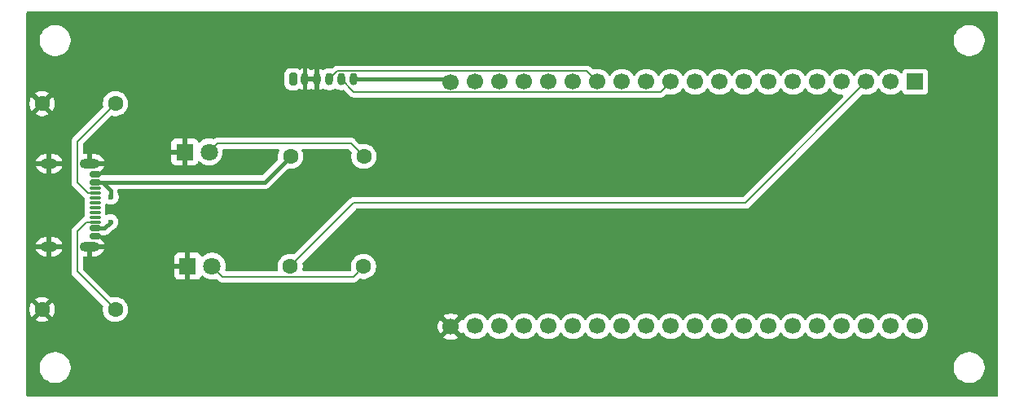
<source format=gbr>
%TF.GenerationSoftware,KiCad,Pcbnew,9.0.6-9.0.6~ubuntu24.04.1*%
%TF.CreationDate,2026-01-01T19:23:54+01:00*%
%TF.ProjectId,security-system,73656375-7269-4747-992d-73797374656d,0*%
%TF.SameCoordinates,Original*%
%TF.FileFunction,Copper,L1,Top*%
%TF.FilePolarity,Positive*%
%FSLAX46Y46*%
G04 Gerber Fmt 4.6, Leading zero omitted, Abs format (unit mm)*
G04 Created by KiCad (PCBNEW 9.0.6-9.0.6~ubuntu24.04.1) date 2026-01-01 19:23:54*
%MOMM*%
%LPD*%
G01*
G04 APERTURE LIST*
G04 Aperture macros list*
%AMRoundRect*
0 Rectangle with rounded corners*
0 $1 Rounding radius*
0 $2 $3 $4 $5 $6 $7 $8 $9 X,Y pos of 4 corners*
0 Add a 4 corners polygon primitive as box body*
4,1,4,$2,$3,$4,$5,$6,$7,$8,$9,$2,$3,0*
0 Add four circle primitives for the rounded corners*
1,1,$1+$1,$2,$3*
1,1,$1+$1,$4,$5*
1,1,$1+$1,$6,$7*
1,1,$1+$1,$8,$9*
0 Add four rect primitives between the rounded corners*
20,1,$1+$1,$2,$3,$4,$5,0*
20,1,$1+$1,$4,$5,$6,$7,0*
20,1,$1+$1,$6,$7,$8,$9,0*
20,1,$1+$1,$8,$9,$2,$3,0*%
G04 Aperture macros list end*
%TA.AperFunction,ComponentPad*%
%ADD10R,1.800000X1.800000*%
%TD*%
%TA.AperFunction,ComponentPad*%
%ADD11C,1.800000*%
%TD*%
%TA.AperFunction,ComponentPad*%
%ADD12C,1.600000*%
%TD*%
%TA.AperFunction,ComponentPad*%
%ADD13RoundRect,0.200000X-0.200000X-0.450000X0.200000X-0.450000X0.200000X0.450000X-0.200000X0.450000X0*%
%TD*%
%TA.AperFunction,ComponentPad*%
%ADD14O,0.800000X1.300000*%
%TD*%
%TA.AperFunction,SMDPad,CuDef*%
%ADD15RoundRect,0.150000X-0.425000X0.150000X-0.425000X-0.150000X0.425000X-0.150000X0.425000X0.150000X0*%
%TD*%
%TA.AperFunction,SMDPad,CuDef*%
%ADD16RoundRect,0.075000X-0.500000X0.075000X-0.500000X-0.075000X0.500000X-0.075000X0.500000X0.075000X0*%
%TD*%
%TA.AperFunction,HeatsinkPad*%
%ADD17O,2.100000X1.000000*%
%TD*%
%TA.AperFunction,HeatsinkPad*%
%ADD18O,1.800000X1.000000*%
%TD*%
%TA.AperFunction,ComponentPad*%
%ADD19R,1.700000X1.700000*%
%TD*%
%TA.AperFunction,ComponentPad*%
%ADD20C,1.700000*%
%TD*%
%TA.AperFunction,ViaPad*%
%ADD21C,0.600000*%
%TD*%
%TA.AperFunction,Conductor*%
%ADD22C,0.200000*%
%TD*%
%TA.AperFunction,Conductor*%
%ADD23C,0.400000*%
%TD*%
%TA.AperFunction,Conductor*%
%ADD24C,0.127000*%
%TD*%
G04 APERTURE END LIST*
D10*
%TO.P,D2,1,K*%
%TO.N,GND*%
X142275000Y-92950000D03*
D11*
%TO.P,D2,2,A*%
%TO.N,Net-(D2-A)*%
X144815000Y-92950000D03*
%TD*%
D12*
%TO.P,R1,1*%
%TO.N,+5V*%
X152960000Y-81550000D03*
%TO.P,R1,2*%
%TO.N,Net-(D1-A)*%
X160580000Y-81550000D03*
%TD*%
D10*
%TO.P,D1,1,K*%
%TO.N,GND*%
X141955000Y-81090000D03*
D11*
%TO.P,D1,2,A*%
%TO.N,Net-(D1-A)*%
X144495000Y-81090000D03*
%TD*%
D13*
%TO.P,J1,1,Pin_1*%
%TO.N,unconnected-(J1-Pin_1-Pad1)*%
X153220000Y-73520000D03*
D14*
%TO.P,J1,2,Pin_2*%
%TO.N,GND*%
X154470000Y-73520000D03*
%TO.P,J1,3,Pin_3*%
X155720000Y-73520000D03*
%TO.P,J1,4,Pin_4*%
%TO.N,/SCL*%
X156970000Y-73520000D03*
%TO.P,J1,5,Pin_5*%
%TO.N,/SDA*%
X158220000Y-73520000D03*
%TO.P,J1,6,Pin_6*%
%TO.N,+5V*%
X159470000Y-73520000D03*
%TD*%
D15*
%TO.P,J2,A1,GND*%
%TO.N,GND*%
X132635000Y-83420000D03*
%TO.P,J2,A4,VBUS*%
%TO.N,+5V*%
X132635000Y-84220000D03*
D16*
%TO.P,J2,A5,CC1*%
%TO.N,Net-(J2-CC1)*%
X132635000Y-85370000D03*
%TO.P,J2,A6,D+*%
%TO.N,unconnected-(J2-D+-PadA6)*%
X132635000Y-86370000D03*
%TO.P,J2,A7,D-*%
%TO.N,unconnected-(J2-D--PadA7)*%
X132635000Y-86870000D03*
%TO.P,J2,A8,SBU1*%
%TO.N,unconnected-(J2-SBU1-PadA8)*%
X132635000Y-87870000D03*
D15*
%TO.P,J2,A9,VBUS*%
%TO.N,+5V*%
X132635000Y-89020000D03*
%TO.P,J2,A12,GND*%
%TO.N,GND*%
X132635000Y-89820000D03*
%TO.P,J2,B1,GND*%
X132635000Y-89820000D03*
%TO.P,J2,B4,VBUS*%
%TO.N,+5V*%
X132635000Y-89020000D03*
D16*
%TO.P,J2,B5,CC2*%
%TO.N,Net-(J2-CC2)*%
X132635000Y-88370000D03*
%TO.P,J2,B6,D+*%
%TO.N,unconnected-(J2-D+-PadB6)*%
X132635000Y-87370000D03*
%TO.P,J2,B7,D-*%
%TO.N,unconnected-(J2-D--PadB7)*%
X132635000Y-85870000D03*
%TO.P,J2,B8,SBU2*%
%TO.N,unconnected-(J2-SBU2-PadB8)*%
X132635000Y-84870000D03*
D15*
%TO.P,J2,B9,VBUS*%
%TO.N,+5V*%
X132635000Y-84220000D03*
%TO.P,J2,B12,GND*%
%TO.N,GND*%
X132635000Y-83420000D03*
D17*
%TO.P,J2,S1,SHIELD*%
X132060000Y-82300000D03*
D18*
X127880000Y-82300000D03*
D17*
X132060000Y-90940000D03*
D18*
X127880000Y-90940000D03*
%TD*%
D12*
%TO.P,R4,1*%
%TO.N,Net-(J2-CC2)*%
X134750000Y-97470000D03*
%TO.P,R4,2*%
%TO.N,GND*%
X127130000Y-97470000D03*
%TD*%
D19*
%TO.P,U1,1,3V3*%
%TO.N,+3.3V*%
X217882000Y-73800000D03*
D20*
%TO.P,U1,2,GPIO43*%
%TO.N,unconnected-(U1-GPIO43-Pad2)*%
X217882000Y-99200000D03*
%TO.P,U1,3,RST*%
%TO.N,unconnected-(U1-RST-Pad3)*%
X215342000Y-73800000D03*
%TO.P,U1,4,GPIO44*%
%TO.N,unconnected-(U1-GPIO44-Pad4)*%
X215342000Y-99200000D03*
%TO.P,U1,5,GPIO4*%
%TO.N,/LED_STATUS*%
X212802000Y-73800000D03*
%TO.P,U1,6,GPIO1*%
%TO.N,unconnected-(U1-GPIO1-Pad6)*%
X212802000Y-99200000D03*
%TO.P,U1,7,GPIO5*%
%TO.N,unconnected-(U1-GPIO5-Pad7)*%
X210262000Y-73800000D03*
%TO.P,U1,8,GPIO2*%
%TO.N,unconnected-(U1-GPIO2-Pad8)*%
X210262000Y-99200000D03*
%TO.P,U1,9,GPIO6*%
%TO.N,unconnected-(U1-GPIO6-Pad9)*%
X207722000Y-73800000D03*
%TO.P,U1,10,GPIO42*%
%TO.N,unconnected-(U1-GPIO42-Pad10)*%
X207722000Y-99200000D03*
%TO.P,U1,11,GPIO7*%
%TO.N,unconnected-(U1-GPIO7-Pad11)*%
X205182000Y-73800000D03*
%TO.P,U1,12,GPIO41*%
%TO.N,unconnected-(U1-GPIO41-Pad12)*%
X205182000Y-99200000D03*
%TO.P,U1,13,GPIO15*%
%TO.N,unconnected-(U1-GPIO15-Pad13)*%
X202642000Y-73800000D03*
%TO.P,U1,14,GPIO40*%
%TO.N,unconnected-(U1-GPIO40-Pad14)*%
X202642000Y-99200000D03*
%TO.P,U1,15,GPIO16*%
%TO.N,unconnected-(U1-GPIO16-Pad15)*%
X200102000Y-73800000D03*
%TO.P,U1,16,GPIO39*%
%TO.N,unconnected-(U1-GPIO39-Pad16)*%
X200102000Y-99200000D03*
%TO.P,U1,17,GPIO17*%
%TO.N,unconnected-(U1-GPIO17-Pad17)*%
X197562000Y-73800000D03*
%TO.P,U1,18,GPIO38*%
%TO.N,unconnected-(U1-GPIO38-Pad18)*%
X197562000Y-99200000D03*
%TO.P,U1,19,GPIO18*%
%TO.N,unconnected-(U1-GPIO18-Pad19)*%
X195022000Y-73800000D03*
%TO.P,U1,20,GPIO37*%
%TO.N,unconnected-(U1-GPIO37-Pad20)*%
X195022000Y-99200000D03*
%TO.P,U1,21,GPIO8*%
%TO.N,/SDA*%
X192482000Y-73800000D03*
%TO.P,U1,22,GPIO36*%
%TO.N,unconnected-(U1-GPIO36-Pad22)*%
X192482000Y-99200000D03*
%TO.P,U1,23,GPIO3*%
%TO.N,unconnected-(U1-GPIO3-Pad23)*%
X189942000Y-73800000D03*
%TO.P,U1,24,GPIO35*%
%TO.N,unconnected-(U1-GPIO35-Pad24)*%
X189942000Y-99200000D03*
%TO.P,U1,25,GPIO46*%
%TO.N,unconnected-(U1-GPIO46-Pad25)*%
X187402000Y-73800000D03*
%TO.P,U1,26,GPIO0*%
%TO.N,unconnected-(U1-GPIO0-Pad26)*%
X187402000Y-99200000D03*
%TO.P,U1,27,GPIO9*%
%TO.N,/SCL*%
X184862000Y-73800000D03*
%TO.P,U1,28,GPIO45*%
%TO.N,unconnected-(U1-GPIO45-Pad28)*%
X184862000Y-99200000D03*
%TO.P,U1,29,GPIO10*%
%TO.N,unconnected-(U1-GPIO10-Pad29)*%
X182322000Y-73800000D03*
%TO.P,U1,30,GPIO48*%
%TO.N,unconnected-(U1-GPIO48-Pad30)*%
X182322000Y-99200000D03*
%TO.P,U1,31,GPIO11*%
%TO.N,unconnected-(U1-GPIO11-Pad31)*%
X179782000Y-73800000D03*
%TO.P,U1,32,GPIO47*%
%TO.N,unconnected-(U1-GPIO47-Pad32)*%
X179782000Y-99200000D03*
%TO.P,U1,33,GPIO12*%
%TO.N,unconnected-(U1-GPIO12-Pad33)*%
X177242000Y-73800000D03*
%TO.P,U1,34,GPIO21*%
%TO.N,unconnected-(U1-GPIO21-Pad34)*%
X177242000Y-99200000D03*
%TO.P,U1,35,GPIO13*%
%TO.N,unconnected-(U1-GPIO13-Pad35)*%
X174702000Y-73800000D03*
%TO.P,U1,36,GPIO20*%
%TO.N,unconnected-(U1-GPIO20-Pad36)*%
X174702000Y-99200000D03*
%TO.P,U1,37,GPIO14*%
%TO.N,unconnected-(U1-GPIO14-Pad37)*%
X172162000Y-73800000D03*
%TO.P,U1,38,GPIO19*%
%TO.N,unconnected-(U1-GPIO19-Pad38)*%
X172162000Y-99200000D03*
%TO.P,U1,39,5V*%
%TO.N,+5V*%
X169622000Y-73810000D03*
%TO.P,U1,40,GND*%
%TO.N,GND*%
X169622000Y-99250000D03*
%TD*%
D12*
%TO.P,R2,1*%
%TO.N,/LED_STATUS*%
X152930000Y-92990000D03*
%TO.P,R2,2*%
%TO.N,Net-(D2-A)*%
X160550000Y-92990000D03*
%TD*%
%TO.P,R3,1*%
%TO.N,Net-(J2-CC1)*%
X134750000Y-76060000D03*
%TO.P,R3,2*%
%TO.N,GND*%
X127130000Y-76060000D03*
%TD*%
D21*
%TO.N,+5V*%
X134290000Y-85750000D03*
X134270000Y-88370000D03*
%TD*%
D22*
%TO.N,/LED_STATUS*%
X152930000Y-92990000D02*
X159520000Y-86400000D01*
X159520000Y-86400000D02*
X200202000Y-86400000D01*
X200202000Y-86400000D02*
X212802000Y-73800000D01*
D23*
%TO.N,+5V*%
X159470000Y-73520000D02*
X169332000Y-73520000D01*
X169332000Y-73520000D02*
X169622000Y-73810000D01*
D24*
%TO.N,/SCL*%
X156970000Y-73520000D02*
X157811500Y-72678500D01*
X157811500Y-72678500D02*
X183740500Y-72678500D01*
X183740500Y-72678500D02*
X184862000Y-73800000D01*
%TO.N,/SDA*%
X158220000Y-73520000D02*
X159551500Y-74851500D01*
X159551500Y-74851500D02*
X191430500Y-74851500D01*
X191430500Y-74851500D02*
X192482000Y-73800000D01*
D22*
%TO.N,Net-(D1-A)*%
X144495000Y-81090000D02*
X145395000Y-80190000D01*
X159220000Y-80190000D02*
X160580000Y-81550000D01*
X145395000Y-80190000D02*
X159220000Y-80190000D01*
%TO.N,Net-(D2-A)*%
X160550000Y-92990000D02*
X159490000Y-94050000D01*
X145915000Y-94050000D02*
X144815000Y-92950000D01*
X159490000Y-94050000D02*
X145915000Y-94050000D01*
D23*
%TO.N,+5V*%
X132635000Y-89020000D02*
X133620000Y-89020000D01*
X133620000Y-89020000D02*
X134270000Y-88370000D01*
X134290000Y-85750000D02*
X134290000Y-85110000D01*
X134290000Y-85110000D02*
X133400000Y-84220000D01*
X133400000Y-84220000D02*
X132635000Y-84220000D01*
D22*
%TO.N,Net-(J2-CC2)*%
X134750000Y-97470000D02*
X130782000Y-93502000D01*
X130782000Y-89331992D02*
X131743992Y-88370000D01*
X130782000Y-93502000D02*
X130782000Y-89331992D01*
X131743992Y-88370000D02*
X132635000Y-88370000D01*
%TO.N,Net-(J2-CC1)*%
X130782000Y-80028000D02*
X130782000Y-84266586D01*
X130782000Y-84266586D02*
X131885414Y-85370000D01*
X134750000Y-76060000D02*
X130782000Y-80028000D01*
X131885414Y-85370000D02*
X132635000Y-85370000D01*
D23*
%TO.N,+5V*%
X152960000Y-81550000D02*
X150290000Y-84220000D01*
X150290000Y-84220000D02*
X132635000Y-84220000D01*
%TD*%
%TA.AperFunction,Conductor*%
%TO.N,GND*%
G36*
X226442539Y-66520185D02*
G01*
X226488294Y-66572989D01*
X226499500Y-66624500D01*
X226499500Y-106375500D01*
X226479815Y-106442539D01*
X226427011Y-106488294D01*
X226375500Y-106499500D01*
X125624500Y-106499500D01*
X125557461Y-106479815D01*
X125511706Y-106427011D01*
X125500500Y-106375500D01*
X125500500Y-103374038D01*
X126899500Y-103374038D01*
X126899500Y-103625961D01*
X126938910Y-103874785D01*
X127016760Y-104114383D01*
X127131132Y-104338848D01*
X127279201Y-104542649D01*
X127279205Y-104542654D01*
X127457345Y-104720794D01*
X127457350Y-104720798D01*
X127635117Y-104849952D01*
X127661155Y-104868870D01*
X127804184Y-104941747D01*
X127885616Y-104983239D01*
X127885618Y-104983239D01*
X127885621Y-104983241D01*
X128125215Y-105061090D01*
X128374038Y-105100500D01*
X128374039Y-105100500D01*
X128625961Y-105100500D01*
X128625962Y-105100500D01*
X128874785Y-105061090D01*
X129114379Y-104983241D01*
X129338845Y-104868870D01*
X129542656Y-104720793D01*
X129720793Y-104542656D01*
X129868870Y-104338845D01*
X129983241Y-104114379D01*
X130061090Y-103874785D01*
X130100500Y-103625962D01*
X130100500Y-103374038D01*
X221899500Y-103374038D01*
X221899500Y-103625961D01*
X221938910Y-103874785D01*
X222016760Y-104114383D01*
X222131132Y-104338848D01*
X222279201Y-104542649D01*
X222279205Y-104542654D01*
X222457345Y-104720794D01*
X222457350Y-104720798D01*
X222635117Y-104849952D01*
X222661155Y-104868870D01*
X222804184Y-104941747D01*
X222885616Y-104983239D01*
X222885618Y-104983239D01*
X222885621Y-104983241D01*
X223125215Y-105061090D01*
X223374038Y-105100500D01*
X223374039Y-105100500D01*
X223625961Y-105100500D01*
X223625962Y-105100500D01*
X223874785Y-105061090D01*
X224114379Y-104983241D01*
X224338845Y-104868870D01*
X224542656Y-104720793D01*
X224720793Y-104542656D01*
X224868870Y-104338845D01*
X224983241Y-104114379D01*
X225061090Y-103874785D01*
X225100500Y-103625962D01*
X225100500Y-103374038D01*
X225061090Y-103125215D01*
X224983241Y-102885621D01*
X224983239Y-102885618D01*
X224983239Y-102885616D01*
X224941747Y-102804184D01*
X224868870Y-102661155D01*
X224849952Y-102635117D01*
X224720798Y-102457350D01*
X224720794Y-102457345D01*
X224542654Y-102279205D01*
X224542649Y-102279201D01*
X224338848Y-102131132D01*
X224338847Y-102131131D01*
X224338845Y-102131130D01*
X224268747Y-102095413D01*
X224114383Y-102016760D01*
X223874785Y-101938910D01*
X223625962Y-101899500D01*
X223374038Y-101899500D01*
X223249626Y-101919205D01*
X223125214Y-101938910D01*
X222885616Y-102016760D01*
X222661151Y-102131132D01*
X222457350Y-102279201D01*
X222457345Y-102279205D01*
X222279205Y-102457345D01*
X222279201Y-102457350D01*
X222131132Y-102661151D01*
X222016760Y-102885616D01*
X221938910Y-103125214D01*
X221899500Y-103374038D01*
X130100500Y-103374038D01*
X130061090Y-103125215D01*
X129983241Y-102885621D01*
X129983239Y-102885618D01*
X129983239Y-102885616D01*
X129941747Y-102804184D01*
X129868870Y-102661155D01*
X129849952Y-102635117D01*
X129720798Y-102457350D01*
X129720794Y-102457345D01*
X129542654Y-102279205D01*
X129542649Y-102279201D01*
X129338848Y-102131132D01*
X129338847Y-102131131D01*
X129338845Y-102131130D01*
X129268747Y-102095413D01*
X129114383Y-102016760D01*
X128874785Y-101938910D01*
X128625962Y-101899500D01*
X128374038Y-101899500D01*
X128249626Y-101919205D01*
X128125214Y-101938910D01*
X127885616Y-102016760D01*
X127661151Y-102131132D01*
X127457350Y-102279201D01*
X127457345Y-102279205D01*
X127279205Y-102457345D01*
X127279201Y-102457350D01*
X127131132Y-102661151D01*
X127016760Y-102885616D01*
X126938910Y-103125214D01*
X126899500Y-103374038D01*
X125500500Y-103374038D01*
X125500500Y-99143753D01*
X168272000Y-99143753D01*
X168272000Y-99356246D01*
X168305242Y-99566127D01*
X168305242Y-99566130D01*
X168370904Y-99768217D01*
X168467375Y-99957550D01*
X168506728Y-100011716D01*
X169139037Y-99379408D01*
X169156075Y-99442993D01*
X169221901Y-99557007D01*
X169314993Y-99650099D01*
X169429007Y-99715925D01*
X169492590Y-99732962D01*
X168860282Y-100365269D01*
X168860282Y-100365270D01*
X168914449Y-100404624D01*
X169103782Y-100501095D01*
X169305870Y-100566757D01*
X169515754Y-100600000D01*
X169728246Y-100600000D01*
X169938127Y-100566757D01*
X169938130Y-100566757D01*
X170140217Y-100501095D01*
X170329554Y-100404622D01*
X170383716Y-100365270D01*
X170383717Y-100365270D01*
X169751408Y-99732962D01*
X169814993Y-99715925D01*
X169929007Y-99650099D01*
X170022099Y-99557007D01*
X170087925Y-99442993D01*
X170104962Y-99379408D01*
X170737270Y-100011717D01*
X170737270Y-100011716D01*
X170776622Y-99957554D01*
X170794596Y-99922278D01*
X170842570Y-99871481D01*
X170910390Y-99854685D01*
X170976526Y-99877221D01*
X171005400Y-99905686D01*
X171131890Y-100079785D01*
X171131894Y-100079790D01*
X171282213Y-100230109D01*
X171454179Y-100355048D01*
X171454181Y-100355049D01*
X171454184Y-100355051D01*
X171643588Y-100451557D01*
X171845757Y-100517246D01*
X172055713Y-100550500D01*
X172055714Y-100550500D01*
X172268286Y-100550500D01*
X172268287Y-100550500D01*
X172478243Y-100517246D01*
X172680412Y-100451557D01*
X172869816Y-100355051D01*
X172891789Y-100339086D01*
X173041786Y-100230109D01*
X173041788Y-100230106D01*
X173041792Y-100230104D01*
X173192104Y-100079792D01*
X173192106Y-100079788D01*
X173192109Y-100079786D01*
X173317048Y-99907820D01*
X173317047Y-99907820D01*
X173317051Y-99907816D01*
X173321514Y-99899054D01*
X173369488Y-99848259D01*
X173437308Y-99831463D01*
X173503444Y-99853999D01*
X173542486Y-99899056D01*
X173546951Y-99907820D01*
X173671890Y-100079786D01*
X173822213Y-100230109D01*
X173994179Y-100355048D01*
X173994181Y-100355049D01*
X173994184Y-100355051D01*
X174183588Y-100451557D01*
X174385757Y-100517246D01*
X174595713Y-100550500D01*
X174595714Y-100550500D01*
X174808286Y-100550500D01*
X174808287Y-100550500D01*
X175018243Y-100517246D01*
X175220412Y-100451557D01*
X175409816Y-100355051D01*
X175431789Y-100339086D01*
X175581786Y-100230109D01*
X175581788Y-100230106D01*
X175581792Y-100230104D01*
X175732104Y-100079792D01*
X175732106Y-100079788D01*
X175732109Y-100079786D01*
X175857048Y-99907820D01*
X175857047Y-99907820D01*
X175857051Y-99907816D01*
X175861514Y-99899054D01*
X175909488Y-99848259D01*
X175977308Y-99831463D01*
X176043444Y-99853999D01*
X176082486Y-99899056D01*
X176086951Y-99907820D01*
X176211890Y-100079786D01*
X176362213Y-100230109D01*
X176534179Y-100355048D01*
X176534181Y-100355049D01*
X176534184Y-100355051D01*
X176723588Y-100451557D01*
X176925757Y-100517246D01*
X177135713Y-100550500D01*
X177135714Y-100550500D01*
X177348286Y-100550500D01*
X177348287Y-100550500D01*
X177558243Y-100517246D01*
X177760412Y-100451557D01*
X177949816Y-100355051D01*
X177971789Y-100339086D01*
X178121786Y-100230109D01*
X178121788Y-100230106D01*
X178121792Y-100230104D01*
X178272104Y-100079792D01*
X178272106Y-100079788D01*
X178272109Y-100079786D01*
X178397048Y-99907820D01*
X178397047Y-99907820D01*
X178397051Y-99907816D01*
X178401514Y-99899054D01*
X178449488Y-99848259D01*
X178517308Y-99831463D01*
X178583444Y-99853999D01*
X178622486Y-99899056D01*
X178626951Y-99907820D01*
X178751890Y-100079786D01*
X178902213Y-100230109D01*
X179074179Y-100355048D01*
X179074181Y-100355049D01*
X179074184Y-100355051D01*
X179263588Y-100451557D01*
X179465757Y-100517246D01*
X179675713Y-100550500D01*
X179675714Y-100550500D01*
X179888286Y-100550500D01*
X179888287Y-100550500D01*
X180098243Y-100517246D01*
X180300412Y-100451557D01*
X180489816Y-100355051D01*
X180511789Y-100339086D01*
X180661786Y-100230109D01*
X180661788Y-100230106D01*
X180661792Y-100230104D01*
X180812104Y-100079792D01*
X180812106Y-100079788D01*
X180812109Y-100079786D01*
X180937048Y-99907820D01*
X180937047Y-99907820D01*
X180937051Y-99907816D01*
X180941514Y-99899054D01*
X180989488Y-99848259D01*
X181057308Y-99831463D01*
X181123444Y-99853999D01*
X181162486Y-99899056D01*
X181166951Y-99907820D01*
X181291890Y-100079786D01*
X181442213Y-100230109D01*
X181614179Y-100355048D01*
X181614181Y-100355049D01*
X181614184Y-100355051D01*
X181803588Y-100451557D01*
X182005757Y-100517246D01*
X182215713Y-100550500D01*
X182215714Y-100550500D01*
X182428286Y-100550500D01*
X182428287Y-100550500D01*
X182638243Y-100517246D01*
X182840412Y-100451557D01*
X183029816Y-100355051D01*
X183051789Y-100339086D01*
X183201786Y-100230109D01*
X183201788Y-100230106D01*
X183201792Y-100230104D01*
X183352104Y-100079792D01*
X183352106Y-100079788D01*
X183352109Y-100079786D01*
X183477048Y-99907820D01*
X183477047Y-99907820D01*
X183477051Y-99907816D01*
X183481514Y-99899054D01*
X183529488Y-99848259D01*
X183597308Y-99831463D01*
X183663444Y-99853999D01*
X183702486Y-99899056D01*
X183706951Y-99907820D01*
X183831890Y-100079786D01*
X183982213Y-100230109D01*
X184154179Y-100355048D01*
X184154181Y-100355049D01*
X184154184Y-100355051D01*
X184343588Y-100451557D01*
X184545757Y-100517246D01*
X184755713Y-100550500D01*
X184755714Y-100550500D01*
X184968286Y-100550500D01*
X184968287Y-100550500D01*
X185178243Y-100517246D01*
X185380412Y-100451557D01*
X185569816Y-100355051D01*
X185591789Y-100339086D01*
X185741786Y-100230109D01*
X185741788Y-100230106D01*
X185741792Y-100230104D01*
X185892104Y-100079792D01*
X185892106Y-100079788D01*
X185892109Y-100079786D01*
X186017048Y-99907820D01*
X186017047Y-99907820D01*
X186017051Y-99907816D01*
X186021514Y-99899054D01*
X186069488Y-99848259D01*
X186137308Y-99831463D01*
X186203444Y-99853999D01*
X186242486Y-99899056D01*
X186246951Y-99907820D01*
X186371890Y-100079786D01*
X186522213Y-100230109D01*
X186694179Y-100355048D01*
X186694181Y-100355049D01*
X186694184Y-100355051D01*
X186883588Y-100451557D01*
X187085757Y-100517246D01*
X187295713Y-100550500D01*
X187295714Y-100550500D01*
X187508286Y-100550500D01*
X187508287Y-100550500D01*
X187718243Y-100517246D01*
X187920412Y-100451557D01*
X188109816Y-100355051D01*
X188131789Y-100339086D01*
X188281786Y-100230109D01*
X188281788Y-100230106D01*
X188281792Y-100230104D01*
X188432104Y-100079792D01*
X188432106Y-100079788D01*
X188432109Y-100079786D01*
X188557048Y-99907820D01*
X188557047Y-99907820D01*
X188557051Y-99907816D01*
X188561514Y-99899054D01*
X188609488Y-99848259D01*
X188677308Y-99831463D01*
X188743444Y-99853999D01*
X188782486Y-99899056D01*
X188786951Y-99907820D01*
X188911890Y-100079786D01*
X189062213Y-100230109D01*
X189234179Y-100355048D01*
X189234181Y-100355049D01*
X189234184Y-100355051D01*
X189423588Y-100451557D01*
X189625757Y-100517246D01*
X189835713Y-100550500D01*
X189835714Y-100550500D01*
X190048286Y-100550500D01*
X190048287Y-100550500D01*
X190258243Y-100517246D01*
X190460412Y-100451557D01*
X190649816Y-100355051D01*
X190671789Y-100339086D01*
X190821786Y-100230109D01*
X190821788Y-100230106D01*
X190821792Y-100230104D01*
X190972104Y-100079792D01*
X190972106Y-100079788D01*
X190972109Y-100079786D01*
X191097048Y-99907820D01*
X191097047Y-99907820D01*
X191097051Y-99907816D01*
X191101514Y-99899054D01*
X191149488Y-99848259D01*
X191217308Y-99831463D01*
X191283444Y-99853999D01*
X191322486Y-99899056D01*
X191326951Y-99907820D01*
X191451890Y-100079786D01*
X191602213Y-100230109D01*
X191774179Y-100355048D01*
X191774181Y-100355049D01*
X191774184Y-100355051D01*
X191963588Y-100451557D01*
X192165757Y-100517246D01*
X192375713Y-100550500D01*
X192375714Y-100550500D01*
X192588286Y-100550500D01*
X192588287Y-100550500D01*
X192798243Y-100517246D01*
X193000412Y-100451557D01*
X193189816Y-100355051D01*
X193211789Y-100339086D01*
X193361786Y-100230109D01*
X193361788Y-100230106D01*
X193361792Y-100230104D01*
X193512104Y-100079792D01*
X193512106Y-100079788D01*
X193512109Y-100079786D01*
X193637048Y-99907820D01*
X193637047Y-99907820D01*
X193637051Y-99907816D01*
X193641514Y-99899054D01*
X193689488Y-99848259D01*
X193757308Y-99831463D01*
X193823444Y-99853999D01*
X193862486Y-99899056D01*
X193866951Y-99907820D01*
X193991890Y-100079786D01*
X194142213Y-100230109D01*
X194314179Y-100355048D01*
X194314181Y-100355049D01*
X194314184Y-100355051D01*
X194503588Y-100451557D01*
X194705757Y-100517246D01*
X194915713Y-100550500D01*
X194915714Y-100550500D01*
X195128286Y-100550500D01*
X195128287Y-100550500D01*
X195338243Y-100517246D01*
X195540412Y-100451557D01*
X195729816Y-100355051D01*
X195751789Y-100339086D01*
X195901786Y-100230109D01*
X195901788Y-100230106D01*
X195901792Y-100230104D01*
X196052104Y-100079792D01*
X196052106Y-100079788D01*
X196052109Y-100079786D01*
X196177048Y-99907820D01*
X196177047Y-99907820D01*
X196177051Y-99907816D01*
X196181514Y-99899054D01*
X196229488Y-99848259D01*
X196297308Y-99831463D01*
X196363444Y-99853999D01*
X196402486Y-99899056D01*
X196406951Y-99907820D01*
X196531890Y-100079786D01*
X196682213Y-100230109D01*
X196854179Y-100355048D01*
X196854181Y-100355049D01*
X196854184Y-100355051D01*
X197043588Y-100451557D01*
X197245757Y-100517246D01*
X197455713Y-100550500D01*
X197455714Y-100550500D01*
X197668286Y-100550500D01*
X197668287Y-100550500D01*
X197878243Y-100517246D01*
X198080412Y-100451557D01*
X198269816Y-100355051D01*
X198291789Y-100339086D01*
X198441786Y-100230109D01*
X198441788Y-100230106D01*
X198441792Y-100230104D01*
X198592104Y-100079792D01*
X198592106Y-100079788D01*
X198592109Y-100079786D01*
X198717048Y-99907820D01*
X198717047Y-99907820D01*
X198717051Y-99907816D01*
X198721514Y-99899054D01*
X198769488Y-99848259D01*
X198837308Y-99831463D01*
X198903444Y-99853999D01*
X198942486Y-99899056D01*
X198946951Y-99907820D01*
X199071890Y-100079786D01*
X199222213Y-100230109D01*
X199394179Y-100355048D01*
X199394181Y-100355049D01*
X199394184Y-100355051D01*
X199583588Y-100451557D01*
X199785757Y-100517246D01*
X199995713Y-100550500D01*
X199995714Y-100550500D01*
X200208286Y-100550500D01*
X200208287Y-100550500D01*
X200418243Y-100517246D01*
X200620412Y-100451557D01*
X200809816Y-100355051D01*
X200831789Y-100339086D01*
X200981786Y-100230109D01*
X200981788Y-100230106D01*
X200981792Y-100230104D01*
X201132104Y-100079792D01*
X201132106Y-100079788D01*
X201132109Y-100079786D01*
X201257048Y-99907820D01*
X201257047Y-99907820D01*
X201257051Y-99907816D01*
X201261514Y-99899054D01*
X201309488Y-99848259D01*
X201377308Y-99831463D01*
X201443444Y-99853999D01*
X201482486Y-99899056D01*
X201486951Y-99907820D01*
X201611890Y-100079786D01*
X201762213Y-100230109D01*
X201934179Y-100355048D01*
X201934181Y-100355049D01*
X201934184Y-100355051D01*
X202123588Y-100451557D01*
X202325757Y-100517246D01*
X202535713Y-100550500D01*
X202535714Y-100550500D01*
X202748286Y-100550500D01*
X202748287Y-100550500D01*
X202958243Y-100517246D01*
X203160412Y-100451557D01*
X203349816Y-100355051D01*
X203371789Y-100339086D01*
X203521786Y-100230109D01*
X203521788Y-100230106D01*
X203521792Y-100230104D01*
X203672104Y-100079792D01*
X203672106Y-100079788D01*
X203672109Y-100079786D01*
X203797048Y-99907820D01*
X203797047Y-99907820D01*
X203797051Y-99907816D01*
X203801514Y-99899054D01*
X203849488Y-99848259D01*
X203917308Y-99831463D01*
X203983444Y-99853999D01*
X204022486Y-99899056D01*
X204026951Y-99907820D01*
X204151890Y-100079786D01*
X204302213Y-100230109D01*
X204474179Y-100355048D01*
X204474181Y-100355049D01*
X204474184Y-100355051D01*
X204663588Y-100451557D01*
X204865757Y-100517246D01*
X205075713Y-100550500D01*
X205075714Y-100550500D01*
X205288286Y-100550500D01*
X205288287Y-100550500D01*
X205498243Y-100517246D01*
X205700412Y-100451557D01*
X205889816Y-100355051D01*
X205911789Y-100339086D01*
X206061786Y-100230109D01*
X206061788Y-100230106D01*
X206061792Y-100230104D01*
X206212104Y-100079792D01*
X206212106Y-100079788D01*
X206212109Y-100079786D01*
X206337048Y-99907820D01*
X206337047Y-99907820D01*
X206337051Y-99907816D01*
X206341514Y-99899054D01*
X206389488Y-99848259D01*
X206457308Y-99831463D01*
X206523444Y-99853999D01*
X206562486Y-99899056D01*
X206566951Y-99907820D01*
X206691890Y-100079786D01*
X206842213Y-100230109D01*
X207014179Y-100355048D01*
X207014181Y-100355049D01*
X207014184Y-100355051D01*
X207203588Y-100451557D01*
X207405757Y-100517246D01*
X207615713Y-100550500D01*
X207615714Y-100550500D01*
X207828286Y-100550500D01*
X207828287Y-100550500D01*
X208038243Y-100517246D01*
X208240412Y-100451557D01*
X208429816Y-100355051D01*
X208451789Y-100339086D01*
X208601786Y-100230109D01*
X208601788Y-100230106D01*
X208601792Y-100230104D01*
X208752104Y-100079792D01*
X208752106Y-100079788D01*
X208752109Y-100079786D01*
X208877048Y-99907820D01*
X208877047Y-99907820D01*
X208877051Y-99907816D01*
X208881514Y-99899054D01*
X208929488Y-99848259D01*
X208997308Y-99831463D01*
X209063444Y-99853999D01*
X209102486Y-99899056D01*
X209106951Y-99907820D01*
X209231890Y-100079786D01*
X209382213Y-100230109D01*
X209554179Y-100355048D01*
X209554181Y-100355049D01*
X209554184Y-100355051D01*
X209743588Y-100451557D01*
X209945757Y-100517246D01*
X210155713Y-100550500D01*
X210155714Y-100550500D01*
X210368286Y-100550500D01*
X210368287Y-100550500D01*
X210578243Y-100517246D01*
X210780412Y-100451557D01*
X210969816Y-100355051D01*
X210991789Y-100339086D01*
X211141786Y-100230109D01*
X211141788Y-100230106D01*
X211141792Y-100230104D01*
X211292104Y-100079792D01*
X211292106Y-100079788D01*
X211292109Y-100079786D01*
X211417048Y-99907820D01*
X211417047Y-99907820D01*
X211417051Y-99907816D01*
X211421514Y-99899054D01*
X211469488Y-99848259D01*
X211537308Y-99831463D01*
X211603444Y-99853999D01*
X211642486Y-99899056D01*
X211646951Y-99907820D01*
X211771890Y-100079786D01*
X211922213Y-100230109D01*
X212094179Y-100355048D01*
X212094181Y-100355049D01*
X212094184Y-100355051D01*
X212283588Y-100451557D01*
X212485757Y-100517246D01*
X212695713Y-100550500D01*
X212695714Y-100550500D01*
X212908286Y-100550500D01*
X212908287Y-100550500D01*
X213118243Y-100517246D01*
X213320412Y-100451557D01*
X213509816Y-100355051D01*
X213531789Y-100339086D01*
X213681786Y-100230109D01*
X213681788Y-100230106D01*
X213681792Y-100230104D01*
X213832104Y-100079792D01*
X213832106Y-100079788D01*
X213832109Y-100079786D01*
X213957048Y-99907820D01*
X213957047Y-99907820D01*
X213957051Y-99907816D01*
X213961514Y-99899054D01*
X214009488Y-99848259D01*
X214077308Y-99831463D01*
X214143444Y-99853999D01*
X214182486Y-99899056D01*
X214186951Y-99907820D01*
X214311890Y-100079786D01*
X214462213Y-100230109D01*
X214634179Y-100355048D01*
X214634181Y-100355049D01*
X214634184Y-100355051D01*
X214823588Y-100451557D01*
X215025757Y-100517246D01*
X215235713Y-100550500D01*
X215235714Y-100550500D01*
X215448286Y-100550500D01*
X215448287Y-100550500D01*
X215658243Y-100517246D01*
X215860412Y-100451557D01*
X216049816Y-100355051D01*
X216071789Y-100339086D01*
X216221786Y-100230109D01*
X216221788Y-100230106D01*
X216221792Y-100230104D01*
X216372104Y-100079792D01*
X216372106Y-100079788D01*
X216372109Y-100079786D01*
X216497048Y-99907820D01*
X216497047Y-99907820D01*
X216497051Y-99907816D01*
X216501514Y-99899054D01*
X216549488Y-99848259D01*
X216617308Y-99831463D01*
X216683444Y-99853999D01*
X216722486Y-99899056D01*
X216726951Y-99907820D01*
X216851890Y-100079786D01*
X217002213Y-100230109D01*
X217174179Y-100355048D01*
X217174181Y-100355049D01*
X217174184Y-100355051D01*
X217363588Y-100451557D01*
X217565757Y-100517246D01*
X217775713Y-100550500D01*
X217775714Y-100550500D01*
X217988286Y-100550500D01*
X217988287Y-100550500D01*
X218198243Y-100517246D01*
X218400412Y-100451557D01*
X218589816Y-100355051D01*
X218611789Y-100339086D01*
X218761786Y-100230109D01*
X218761788Y-100230106D01*
X218761792Y-100230104D01*
X218912104Y-100079792D01*
X218912106Y-100079788D01*
X218912109Y-100079786D01*
X219037048Y-99907820D01*
X219037047Y-99907820D01*
X219037051Y-99907816D01*
X219133557Y-99718412D01*
X219199246Y-99516243D01*
X219232500Y-99306287D01*
X219232500Y-99093713D01*
X219199246Y-98883757D01*
X219133557Y-98681588D01*
X219037051Y-98492184D01*
X219037049Y-98492181D01*
X219037048Y-98492179D01*
X218912109Y-98320213D01*
X218761786Y-98169890D01*
X218589820Y-98044951D01*
X218400414Y-97948444D01*
X218400413Y-97948443D01*
X218400412Y-97948443D01*
X218198243Y-97882754D01*
X218198241Y-97882753D01*
X218198240Y-97882753D01*
X218036957Y-97857208D01*
X217988287Y-97849500D01*
X217775713Y-97849500D01*
X217727042Y-97857208D01*
X217565760Y-97882753D01*
X217363585Y-97948444D01*
X217174179Y-98044951D01*
X217002213Y-98169890D01*
X216851890Y-98320213D01*
X216726949Y-98492182D01*
X216722484Y-98500946D01*
X216674509Y-98551742D01*
X216606688Y-98568536D01*
X216540553Y-98545998D01*
X216501516Y-98500946D01*
X216497050Y-98492182D01*
X216372109Y-98320213D01*
X216221786Y-98169890D01*
X216049820Y-98044951D01*
X215860414Y-97948444D01*
X215860413Y-97948443D01*
X215860412Y-97948443D01*
X215658243Y-97882754D01*
X215658241Y-97882753D01*
X215658240Y-97882753D01*
X215496957Y-97857208D01*
X215448287Y-97849500D01*
X215235713Y-97849500D01*
X215187042Y-97857208D01*
X215025760Y-97882753D01*
X214823585Y-97948444D01*
X214634179Y-98044951D01*
X214462213Y-98169890D01*
X214311890Y-98320213D01*
X214186949Y-98492182D01*
X214182484Y-98500946D01*
X214134509Y-98551742D01*
X214066688Y-98568536D01*
X214000553Y-98545998D01*
X213961516Y-98500946D01*
X213957050Y-98492182D01*
X213832109Y-98320213D01*
X213681786Y-98169890D01*
X213509820Y-98044951D01*
X213320414Y-97948444D01*
X213320413Y-97948443D01*
X213320412Y-97948443D01*
X213118243Y-97882754D01*
X213118241Y-97882753D01*
X213118240Y-97882753D01*
X212956957Y-97857208D01*
X212908287Y-97849500D01*
X212695713Y-97849500D01*
X212647042Y-97857208D01*
X212485760Y-97882753D01*
X212283585Y-97948444D01*
X212094179Y-98044951D01*
X211922213Y-98169890D01*
X211771890Y-98320213D01*
X211646949Y-98492182D01*
X211642484Y-98500946D01*
X211594509Y-98551742D01*
X211526688Y-98568536D01*
X211460553Y-98545998D01*
X211421516Y-98500946D01*
X211417050Y-98492182D01*
X211292109Y-98320213D01*
X211141786Y-98169890D01*
X210969820Y-98044951D01*
X210780414Y-97948444D01*
X210780413Y-97948443D01*
X210780412Y-97948443D01*
X210578243Y-97882754D01*
X210578241Y-97882753D01*
X210578240Y-97882753D01*
X210416957Y-97857208D01*
X210368287Y-97849500D01*
X210155713Y-97849500D01*
X210107042Y-97857208D01*
X209945760Y-97882753D01*
X209743585Y-97948444D01*
X209554179Y-98044951D01*
X209382213Y-98169890D01*
X209231890Y-98320213D01*
X209106949Y-98492182D01*
X209102484Y-98500946D01*
X209054509Y-98551742D01*
X208986688Y-98568536D01*
X208920553Y-98545998D01*
X208881516Y-98500946D01*
X208877050Y-98492182D01*
X208752109Y-98320213D01*
X208601786Y-98169890D01*
X208429820Y-98044951D01*
X208240414Y-97948444D01*
X208240413Y-97948443D01*
X208240412Y-97948443D01*
X208038243Y-97882754D01*
X208038241Y-97882753D01*
X208038240Y-97882753D01*
X207876957Y-97857208D01*
X207828287Y-97849500D01*
X207615713Y-97849500D01*
X207567042Y-97857208D01*
X207405760Y-97882753D01*
X207203585Y-97948444D01*
X207014179Y-98044951D01*
X206842213Y-98169890D01*
X206691890Y-98320213D01*
X206566949Y-98492182D01*
X206562484Y-98500946D01*
X206514509Y-98551742D01*
X206446688Y-98568536D01*
X206380553Y-98545998D01*
X206341516Y-98500946D01*
X206337050Y-98492182D01*
X206212109Y-98320213D01*
X206061786Y-98169890D01*
X205889820Y-98044951D01*
X205700414Y-97948444D01*
X205700413Y-97948443D01*
X205700412Y-97948443D01*
X205498243Y-97882754D01*
X205498241Y-97882753D01*
X205498240Y-97882753D01*
X205336957Y-97857208D01*
X205288287Y-97849500D01*
X205075713Y-97849500D01*
X205027042Y-97857208D01*
X204865760Y-97882753D01*
X204663585Y-97948444D01*
X204474179Y-98044951D01*
X204302213Y-98169890D01*
X204151890Y-98320213D01*
X204026949Y-98492182D01*
X204022484Y-98500946D01*
X203974509Y-98551742D01*
X203906688Y-98568536D01*
X203840553Y-98545998D01*
X203801516Y-98500946D01*
X203797050Y-98492182D01*
X203672109Y-98320213D01*
X203521786Y-98169890D01*
X203349820Y-98044951D01*
X203160414Y-97948444D01*
X203160413Y-97948443D01*
X203160412Y-97948443D01*
X202958243Y-97882754D01*
X202958241Y-97882753D01*
X202958240Y-97882753D01*
X202796957Y-97857208D01*
X202748287Y-97849500D01*
X202535713Y-97849500D01*
X202487042Y-97857208D01*
X202325760Y-97882753D01*
X202123585Y-97948444D01*
X201934179Y-98044951D01*
X201762213Y-98169890D01*
X201611890Y-98320213D01*
X201486949Y-98492182D01*
X201482484Y-98500946D01*
X201434509Y-98551742D01*
X201366688Y-98568536D01*
X201300553Y-98545998D01*
X201261516Y-98500946D01*
X201257050Y-98492182D01*
X201132109Y-98320213D01*
X200981786Y-98169890D01*
X200809820Y-98044951D01*
X200620414Y-97948444D01*
X200620413Y-97948443D01*
X200620412Y-97948443D01*
X200418243Y-97882754D01*
X200418241Y-97882753D01*
X200418240Y-97882753D01*
X200256957Y-97857208D01*
X200208287Y-97849500D01*
X199995713Y-97849500D01*
X199947042Y-97857208D01*
X199785760Y-97882753D01*
X199583585Y-97948444D01*
X199394179Y-98044951D01*
X199222213Y-98169890D01*
X199071890Y-98320213D01*
X198946949Y-98492182D01*
X198942484Y-98500946D01*
X198894509Y-98551742D01*
X198826688Y-98568536D01*
X198760553Y-98545998D01*
X198721516Y-98500946D01*
X198717050Y-98492182D01*
X198592109Y-98320213D01*
X198441786Y-98169890D01*
X198269820Y-98044951D01*
X198080414Y-97948444D01*
X198080413Y-97948443D01*
X198080412Y-97948443D01*
X197878243Y-97882754D01*
X197878241Y-97882753D01*
X197878240Y-97882753D01*
X197716957Y-97857208D01*
X197668287Y-97849500D01*
X197455713Y-97849500D01*
X197407042Y-97857208D01*
X197245760Y-97882753D01*
X197043585Y-97948444D01*
X196854179Y-98044951D01*
X196682213Y-98169890D01*
X196531890Y-98320213D01*
X196406949Y-98492182D01*
X196402484Y-98500946D01*
X196354509Y-98551742D01*
X196286688Y-98568536D01*
X196220553Y-98545998D01*
X196181516Y-98500946D01*
X196177050Y-98492182D01*
X196052109Y-98320213D01*
X195901786Y-98169890D01*
X195729820Y-98044951D01*
X195540414Y-97948444D01*
X195540413Y-97948443D01*
X195540412Y-97948443D01*
X195338243Y-97882754D01*
X195338241Y-97882753D01*
X195338240Y-97882753D01*
X195176957Y-97857208D01*
X195128287Y-97849500D01*
X194915713Y-97849500D01*
X194867042Y-97857208D01*
X194705760Y-97882753D01*
X194503585Y-97948444D01*
X194314179Y-98044951D01*
X194142213Y-98169890D01*
X193991890Y-98320213D01*
X193866949Y-98492182D01*
X193862484Y-98500946D01*
X193814509Y-98551742D01*
X193746688Y-98568536D01*
X193680553Y-98545998D01*
X193641516Y-98500946D01*
X193637050Y-98492182D01*
X193512109Y-98320213D01*
X193361786Y-98169890D01*
X193189820Y-98044951D01*
X193000414Y-97948444D01*
X193000413Y-97948443D01*
X193000412Y-97948443D01*
X192798243Y-97882754D01*
X192798241Y-97882753D01*
X192798240Y-97882753D01*
X192636957Y-97857208D01*
X192588287Y-97849500D01*
X192375713Y-97849500D01*
X192327042Y-97857208D01*
X192165760Y-97882753D01*
X191963585Y-97948444D01*
X191774179Y-98044951D01*
X191602213Y-98169890D01*
X191451890Y-98320213D01*
X191326949Y-98492182D01*
X191322484Y-98500946D01*
X191274509Y-98551742D01*
X191206688Y-98568536D01*
X191140553Y-98545998D01*
X191101516Y-98500946D01*
X191097050Y-98492182D01*
X190972109Y-98320213D01*
X190821786Y-98169890D01*
X190649820Y-98044951D01*
X190460414Y-97948444D01*
X190460413Y-97948443D01*
X190460412Y-97948443D01*
X190258243Y-97882754D01*
X190258241Y-97882753D01*
X190258240Y-97882753D01*
X190096957Y-97857208D01*
X190048287Y-97849500D01*
X189835713Y-97849500D01*
X189787042Y-97857208D01*
X189625760Y-97882753D01*
X189423585Y-97948444D01*
X189234179Y-98044951D01*
X189062213Y-98169890D01*
X188911890Y-98320213D01*
X188786949Y-98492182D01*
X188782484Y-98500946D01*
X188734509Y-98551742D01*
X188666688Y-98568536D01*
X188600553Y-98545998D01*
X188561516Y-98500946D01*
X188557050Y-98492182D01*
X188432109Y-98320213D01*
X188281786Y-98169890D01*
X188109820Y-98044951D01*
X187920414Y-97948444D01*
X187920413Y-97948443D01*
X187920412Y-97948443D01*
X187718243Y-97882754D01*
X187718241Y-97882753D01*
X187718240Y-97882753D01*
X187556957Y-97857208D01*
X187508287Y-97849500D01*
X187295713Y-97849500D01*
X187247042Y-97857208D01*
X187085760Y-97882753D01*
X186883585Y-97948444D01*
X186694179Y-98044951D01*
X186522213Y-98169890D01*
X186371890Y-98320213D01*
X186246949Y-98492182D01*
X186242484Y-98500946D01*
X186194509Y-98551742D01*
X186126688Y-98568536D01*
X186060553Y-98545998D01*
X186021516Y-98500946D01*
X186017050Y-98492182D01*
X185892109Y-98320213D01*
X185741786Y-98169890D01*
X185569820Y-98044951D01*
X185380414Y-97948444D01*
X185380413Y-97948443D01*
X185380412Y-97948443D01*
X185178243Y-97882754D01*
X185178241Y-97882753D01*
X185178240Y-97882753D01*
X185016957Y-97857208D01*
X184968287Y-97849500D01*
X184755713Y-97849500D01*
X184707042Y-97857208D01*
X184545760Y-97882753D01*
X184343585Y-97948444D01*
X184154179Y-98044951D01*
X183982213Y-98169890D01*
X183831890Y-98320213D01*
X183706949Y-98492182D01*
X183702484Y-98500946D01*
X183654509Y-98551742D01*
X183586688Y-98568536D01*
X183520553Y-98545998D01*
X183481516Y-98500946D01*
X183477050Y-98492182D01*
X183352109Y-98320213D01*
X183201786Y-98169890D01*
X183029820Y-98044951D01*
X182840414Y-97948444D01*
X182840413Y-97948443D01*
X182840412Y-97948443D01*
X182638243Y-97882754D01*
X182638241Y-97882753D01*
X182638240Y-97882753D01*
X182476957Y-97857208D01*
X182428287Y-97849500D01*
X182215713Y-97849500D01*
X182167042Y-97857208D01*
X182005760Y-97882753D01*
X181803585Y-97948444D01*
X181614179Y-98044951D01*
X181442213Y-98169890D01*
X181291890Y-98320213D01*
X181166949Y-98492182D01*
X181162484Y-98500946D01*
X181114509Y-98551742D01*
X181046688Y-98568536D01*
X180980553Y-98545998D01*
X180941516Y-98500946D01*
X180937050Y-98492182D01*
X180812109Y-98320213D01*
X180661786Y-98169890D01*
X180489820Y-98044951D01*
X180300414Y-97948444D01*
X180300413Y-97948443D01*
X180300412Y-97948443D01*
X180098243Y-97882754D01*
X180098241Y-97882753D01*
X180098240Y-97882753D01*
X179936957Y-97857208D01*
X179888287Y-97849500D01*
X179675713Y-97849500D01*
X179627042Y-97857208D01*
X179465760Y-97882753D01*
X179263585Y-97948444D01*
X179074179Y-98044951D01*
X178902213Y-98169890D01*
X178751890Y-98320213D01*
X178626949Y-98492182D01*
X178622484Y-98500946D01*
X178574509Y-98551742D01*
X178506688Y-98568536D01*
X178440553Y-98545998D01*
X178401516Y-98500946D01*
X178397050Y-98492182D01*
X178272109Y-98320213D01*
X178121786Y-98169890D01*
X177949820Y-98044951D01*
X177760414Y-97948444D01*
X177760413Y-97948443D01*
X177760412Y-97948443D01*
X177558243Y-97882754D01*
X177558241Y-97882753D01*
X177558240Y-97882753D01*
X177396957Y-97857208D01*
X177348287Y-97849500D01*
X177135713Y-97849500D01*
X177087042Y-97857208D01*
X176925760Y-97882753D01*
X176723585Y-97948444D01*
X176534179Y-98044951D01*
X176362213Y-98169890D01*
X176211890Y-98320213D01*
X176086949Y-98492182D01*
X176082484Y-98500946D01*
X176034509Y-98551742D01*
X175966688Y-98568536D01*
X175900553Y-98545998D01*
X175861516Y-98500946D01*
X175857050Y-98492182D01*
X175732109Y-98320213D01*
X175581786Y-98169890D01*
X175409820Y-98044951D01*
X175220414Y-97948444D01*
X175220413Y-97948443D01*
X175220412Y-97948443D01*
X175018243Y-97882754D01*
X175018241Y-97882753D01*
X175018240Y-97882753D01*
X174856957Y-97857208D01*
X174808287Y-97849500D01*
X174595713Y-97849500D01*
X174547042Y-97857208D01*
X174385760Y-97882753D01*
X174183585Y-97948444D01*
X173994179Y-98044951D01*
X173822213Y-98169890D01*
X173671890Y-98320213D01*
X173546949Y-98492182D01*
X173542484Y-98500946D01*
X173494509Y-98551742D01*
X173426688Y-98568536D01*
X173360553Y-98545998D01*
X173321516Y-98500946D01*
X173317050Y-98492182D01*
X173192109Y-98320213D01*
X173041786Y-98169890D01*
X172869820Y-98044951D01*
X172680414Y-97948444D01*
X172680413Y-97948443D01*
X172680412Y-97948443D01*
X172478243Y-97882754D01*
X172478241Y-97882753D01*
X172478240Y-97882753D01*
X172316957Y-97857208D01*
X172268287Y-97849500D01*
X172055713Y-97849500D01*
X172007042Y-97857208D01*
X171845760Y-97882753D01*
X171643585Y-97948444D01*
X171454179Y-98044951D01*
X171282213Y-98169890D01*
X171131890Y-98320213D01*
X171006948Y-98492184D01*
X171006946Y-98492186D01*
X170988814Y-98527772D01*
X170940839Y-98578567D01*
X170873018Y-98595361D01*
X170806883Y-98572822D01*
X170778012Y-98544359D01*
X170737270Y-98488282D01*
X170737269Y-98488282D01*
X170104962Y-99120590D01*
X170087925Y-99057007D01*
X170022099Y-98942993D01*
X169929007Y-98849901D01*
X169814993Y-98784075D01*
X169751409Y-98767037D01*
X170383716Y-98134728D01*
X170329550Y-98095375D01*
X170140217Y-97998904D01*
X169938129Y-97933242D01*
X169728246Y-97900000D01*
X169515754Y-97900000D01*
X169305872Y-97933242D01*
X169305869Y-97933242D01*
X169103782Y-97998904D01*
X168914439Y-98095380D01*
X168860282Y-98134727D01*
X168860282Y-98134728D01*
X169492591Y-98767037D01*
X169429007Y-98784075D01*
X169314993Y-98849901D01*
X169221901Y-98942993D01*
X169156075Y-99057007D01*
X169139037Y-99120591D01*
X168506728Y-98488282D01*
X168506727Y-98488282D01*
X168467380Y-98542439D01*
X168370904Y-98731782D01*
X168305242Y-98933869D01*
X168305242Y-98933872D01*
X168272000Y-99143753D01*
X125500500Y-99143753D01*
X125500500Y-97367682D01*
X125830000Y-97367682D01*
X125830000Y-97572317D01*
X125862009Y-97774417D01*
X125925244Y-97969031D01*
X126018141Y-98151350D01*
X126018147Y-98151359D01*
X126050523Y-98195921D01*
X126050524Y-98195922D01*
X126730000Y-97516446D01*
X126730000Y-97522661D01*
X126757259Y-97624394D01*
X126809920Y-97715606D01*
X126884394Y-97790080D01*
X126975606Y-97842741D01*
X127077339Y-97870000D01*
X127083553Y-97870000D01*
X126404076Y-98549474D01*
X126448650Y-98581859D01*
X126630968Y-98674755D01*
X126825582Y-98737990D01*
X127027683Y-98770000D01*
X127232317Y-98770000D01*
X127434417Y-98737990D01*
X127629031Y-98674755D01*
X127811349Y-98581859D01*
X127855921Y-98549474D01*
X127176447Y-97870000D01*
X127182661Y-97870000D01*
X127284394Y-97842741D01*
X127375606Y-97790080D01*
X127450080Y-97715606D01*
X127502741Y-97624394D01*
X127530000Y-97522661D01*
X127530000Y-97516447D01*
X128209474Y-98195921D01*
X128241859Y-98151349D01*
X128334755Y-97969031D01*
X128397990Y-97774417D01*
X128430000Y-97572317D01*
X128430000Y-97367682D01*
X128397990Y-97165582D01*
X128334755Y-96970968D01*
X128241859Y-96788650D01*
X128209474Y-96744077D01*
X128209474Y-96744076D01*
X127530000Y-97423551D01*
X127530000Y-97417339D01*
X127502741Y-97315606D01*
X127450080Y-97224394D01*
X127375606Y-97149920D01*
X127284394Y-97097259D01*
X127182661Y-97070000D01*
X127176446Y-97070000D01*
X127855922Y-96390524D01*
X127855921Y-96390523D01*
X127811359Y-96358147D01*
X127811350Y-96358141D01*
X127629031Y-96265244D01*
X127434417Y-96202009D01*
X127232317Y-96170000D01*
X127027683Y-96170000D01*
X126825582Y-96202009D01*
X126630968Y-96265244D01*
X126448644Y-96358143D01*
X126404077Y-96390523D01*
X126404077Y-96390524D01*
X127083554Y-97070000D01*
X127077339Y-97070000D01*
X126975606Y-97097259D01*
X126884394Y-97149920D01*
X126809920Y-97224394D01*
X126757259Y-97315606D01*
X126730000Y-97417339D01*
X126730000Y-97423553D01*
X126050524Y-96744077D01*
X126050523Y-96744077D01*
X126018143Y-96788644D01*
X125925244Y-96970968D01*
X125862009Y-97165582D01*
X125830000Y-97367682D01*
X125500500Y-97367682D01*
X125500500Y-90690000D01*
X126510138Y-90690000D01*
X127313012Y-90690000D01*
X127295795Y-90699940D01*
X127239940Y-90755795D01*
X127200444Y-90824204D01*
X127180000Y-90900504D01*
X127180000Y-90979496D01*
X127200444Y-91055796D01*
X127239940Y-91124205D01*
X127295795Y-91180060D01*
X127313012Y-91190000D01*
X126510138Y-91190000D01*
X126518430Y-91231690D01*
X126518430Y-91231692D01*
X126593807Y-91413671D01*
X126593814Y-91413684D01*
X126703248Y-91577462D01*
X126703251Y-91577466D01*
X126842533Y-91716748D01*
X126842537Y-91716751D01*
X127006315Y-91826185D01*
X127006328Y-91826192D01*
X127188306Y-91901569D01*
X127188318Y-91901572D01*
X127381504Y-91939999D01*
X127381508Y-91940000D01*
X127630000Y-91940000D01*
X127630000Y-91240000D01*
X128130000Y-91240000D01*
X128130000Y-91940000D01*
X128378492Y-91940000D01*
X128378495Y-91939999D01*
X128571681Y-91901572D01*
X128571693Y-91901569D01*
X128753671Y-91826192D01*
X128753684Y-91826185D01*
X128917462Y-91716751D01*
X128917466Y-91716748D01*
X129056748Y-91577466D01*
X129056751Y-91577462D01*
X129166185Y-91413684D01*
X129166192Y-91413671D01*
X129241569Y-91231692D01*
X129241569Y-91231690D01*
X129249862Y-91190000D01*
X128446988Y-91190000D01*
X128464205Y-91180060D01*
X128520060Y-91124205D01*
X128559556Y-91055796D01*
X128580000Y-90979496D01*
X128580000Y-90900504D01*
X128559556Y-90824204D01*
X128520060Y-90755795D01*
X128464205Y-90699940D01*
X128446988Y-90690000D01*
X129249862Y-90690000D01*
X129241569Y-90648309D01*
X129241569Y-90648307D01*
X129166192Y-90466328D01*
X129166185Y-90466315D01*
X129056751Y-90302537D01*
X129056748Y-90302533D01*
X128917466Y-90163251D01*
X128917462Y-90163248D01*
X128753684Y-90053814D01*
X128753671Y-90053807D01*
X128571693Y-89978430D01*
X128571681Y-89978427D01*
X128378495Y-89940000D01*
X128130000Y-89940000D01*
X128130000Y-90640000D01*
X127630000Y-90640000D01*
X127630000Y-89940000D01*
X127381504Y-89940000D01*
X127188318Y-89978427D01*
X127188306Y-89978430D01*
X127006328Y-90053807D01*
X127006315Y-90053814D01*
X126842537Y-90163248D01*
X126842533Y-90163251D01*
X126703251Y-90302533D01*
X126703248Y-90302537D01*
X126593814Y-90466315D01*
X126593807Y-90466328D01*
X126518430Y-90648307D01*
X126518430Y-90648309D01*
X126510138Y-90690000D01*
X125500500Y-90690000D01*
X125500500Y-84345640D01*
X130181498Y-84345640D01*
X130181499Y-84345643D01*
X130222423Y-84498371D01*
X130226112Y-84504760D01*
X130226114Y-84504768D01*
X130226116Y-84504767D01*
X130301477Y-84635298D01*
X130301481Y-84635303D01*
X130420349Y-84754171D01*
X130420355Y-84754176D01*
X131404892Y-85738713D01*
X131404894Y-85738716D01*
X131516698Y-85850520D01*
X131517085Y-85850743D01*
X131523120Y-85856770D01*
X131536144Y-85880582D01*
X131552162Y-85902489D01*
X131554054Y-85913327D01*
X131556648Y-85918069D01*
X131556138Y-85925261D01*
X131559500Y-85944512D01*
X131559500Y-85982727D01*
X131575374Y-86103292D01*
X131572399Y-86103683D01*
X131572399Y-86136316D01*
X131575374Y-86136708D01*
X131559500Y-86257272D01*
X131559500Y-86482727D01*
X131575374Y-86603292D01*
X131572399Y-86603683D01*
X131572399Y-86636316D01*
X131575374Y-86636708D01*
X131559500Y-86757272D01*
X131559500Y-86982727D01*
X131575374Y-87103292D01*
X131572399Y-87103683D01*
X131572399Y-87136316D01*
X131575374Y-87136708D01*
X131559500Y-87257272D01*
X131559500Y-87482727D01*
X131575056Y-87600880D01*
X131575108Y-87600990D01*
X131575097Y-87601190D01*
X131575374Y-87603292D01*
X131574982Y-87603343D01*
X131574257Y-87616974D01*
X131575500Y-87636282D01*
X131574406Y-87644538D01*
X131574313Y-87644764D01*
X131563851Y-87724224D01*
X131563787Y-87724714D01*
X131549579Y-87756763D01*
X131535533Y-87788514D01*
X131535486Y-87788552D01*
X131535471Y-87788588D01*
X131535345Y-87788670D01*
X131502862Y-87815818D01*
X131485426Y-87825885D01*
X131485425Y-87825886D01*
X131430350Y-87857683D01*
X131375277Y-87889479D01*
X131375274Y-87889481D01*
X130301481Y-88963274D01*
X130301480Y-88963276D01*
X130268442Y-89020500D01*
X130222423Y-89100207D01*
X130181499Y-89252935D01*
X130181499Y-89252937D01*
X130181499Y-89421038D01*
X130181500Y-89421051D01*
X130181500Y-93415330D01*
X130181499Y-93415348D01*
X130181499Y-93581054D01*
X130181498Y-93581054D01*
X130222423Y-93733785D01*
X130251358Y-93783900D01*
X130251359Y-93783904D01*
X130251360Y-93783904D01*
X130301479Y-93870714D01*
X130301481Y-93870717D01*
X130420349Y-93989585D01*
X130420355Y-93989590D01*
X133455922Y-97025157D01*
X133489407Y-97086480D01*
X133486173Y-97151155D01*
X133481522Y-97165468D01*
X133449500Y-97367648D01*
X133449500Y-97572351D01*
X133481522Y-97774534D01*
X133544781Y-97969223D01*
X133583366Y-98044949D01*
X133637585Y-98151359D01*
X133637715Y-98151613D01*
X133758028Y-98317213D01*
X133902786Y-98461971D01*
X134013543Y-98542439D01*
X134068390Y-98582287D01*
X134184607Y-98641503D01*
X134250776Y-98675218D01*
X134250778Y-98675218D01*
X134250781Y-98675220D01*
X134355137Y-98709127D01*
X134445465Y-98738477D01*
X134518218Y-98750000D01*
X134647648Y-98770500D01*
X134647649Y-98770500D01*
X134852351Y-98770500D01*
X134852352Y-98770500D01*
X135054534Y-98738477D01*
X135249219Y-98675220D01*
X135431610Y-98582287D01*
X135543567Y-98500946D01*
X135597213Y-98461971D01*
X135597215Y-98461968D01*
X135597219Y-98461966D01*
X135741966Y-98317219D01*
X135741968Y-98317215D01*
X135741971Y-98317213D01*
X135830093Y-98195921D01*
X135862287Y-98151610D01*
X135870889Y-98134728D01*
X135875494Y-98125691D01*
X135955218Y-97969223D01*
X135955218Y-97969222D01*
X135955220Y-97969219D01*
X136018477Y-97774534D01*
X136050500Y-97572352D01*
X136050500Y-97367648D01*
X136042257Y-97315606D01*
X136018477Y-97165465D01*
X135972888Y-97025157D01*
X135955220Y-96970781D01*
X135955218Y-96970778D01*
X135955218Y-96970776D01*
X135862419Y-96788650D01*
X135862287Y-96788390D01*
X135830092Y-96744077D01*
X135741971Y-96622786D01*
X135597213Y-96478028D01*
X135431613Y-96357715D01*
X135431612Y-96357714D01*
X135431610Y-96357713D01*
X135374653Y-96328691D01*
X135249223Y-96264781D01*
X135054534Y-96201522D01*
X134879995Y-96173878D01*
X134852352Y-96169500D01*
X134647648Y-96169500D01*
X134609599Y-96175526D01*
X134445468Y-96201522D01*
X134436717Y-96204365D01*
X134431154Y-96206173D01*
X134361313Y-96208167D01*
X134305157Y-96175922D01*
X131418819Y-93289584D01*
X131404115Y-93262656D01*
X131387523Y-93236838D01*
X131386631Y-93230637D01*
X131385334Y-93228261D01*
X131382500Y-93201903D01*
X131382500Y-92064000D01*
X131400660Y-92002155D01*
X140875000Y-92002155D01*
X140875000Y-92700000D01*
X141899722Y-92700000D01*
X141855667Y-92776306D01*
X141825000Y-92890756D01*
X141825000Y-93009244D01*
X141855667Y-93123694D01*
X141899722Y-93200000D01*
X140875000Y-93200000D01*
X140875000Y-93897844D01*
X140881401Y-93957372D01*
X140881403Y-93957379D01*
X140931645Y-94092086D01*
X140931649Y-94092093D01*
X141017809Y-94207187D01*
X141017812Y-94207190D01*
X141132906Y-94293350D01*
X141132913Y-94293354D01*
X141267620Y-94343596D01*
X141267627Y-94343598D01*
X141327155Y-94349999D01*
X141327172Y-94350000D01*
X142025000Y-94350000D01*
X142025000Y-93325277D01*
X142101306Y-93369333D01*
X142215756Y-93400000D01*
X142334244Y-93400000D01*
X142448694Y-93369333D01*
X142525000Y-93325277D01*
X142525000Y-94350000D01*
X143222828Y-94350000D01*
X143222844Y-94349999D01*
X143282372Y-94343598D01*
X143282379Y-94343596D01*
X143417086Y-94293354D01*
X143417093Y-94293350D01*
X143532187Y-94207190D01*
X143532190Y-94207187D01*
X143618350Y-94092093D01*
X143618354Y-94092086D01*
X143648213Y-94012031D01*
X143690084Y-93956097D01*
X143755548Y-93931680D01*
X143823821Y-93946531D01*
X143852076Y-93967683D01*
X143902636Y-94018243D01*
X143902641Y-94018247D01*
X144058192Y-94131260D01*
X144080978Y-94147815D01*
X144174011Y-94195218D01*
X144277393Y-94247895D01*
X144277396Y-94247896D01*
X144344525Y-94269707D01*
X144487049Y-94316015D01*
X144704778Y-94350500D01*
X144704779Y-94350500D01*
X144925221Y-94350500D01*
X144925222Y-94350500D01*
X145142951Y-94316015D01*
X145213205Y-94293187D01*
X145228417Y-94292753D01*
X145242676Y-94287435D01*
X145262628Y-94291775D01*
X145283044Y-94291192D01*
X145297132Y-94299281D01*
X145310949Y-94302287D01*
X145339203Y-94323438D01*
X145430139Y-94414374D01*
X145430149Y-94414385D01*
X145434479Y-94418715D01*
X145434480Y-94418716D01*
X145546284Y-94530520D01*
X145633095Y-94580639D01*
X145633097Y-94580641D01*
X145671151Y-94602611D01*
X145683215Y-94609577D01*
X145835943Y-94650501D01*
X145835946Y-94650501D01*
X146001653Y-94650501D01*
X146001669Y-94650500D01*
X159403331Y-94650500D01*
X159403347Y-94650501D01*
X159410943Y-94650501D01*
X159569054Y-94650501D01*
X159569057Y-94650501D01*
X159721785Y-94609577D01*
X159771904Y-94580639D01*
X159858716Y-94530520D01*
X159970520Y-94418716D01*
X159970520Y-94418714D01*
X159980728Y-94408507D01*
X159980730Y-94408504D01*
X160105158Y-94284075D01*
X160166479Y-94250592D01*
X160231151Y-94253825D01*
X160245466Y-94258477D01*
X160447648Y-94290500D01*
X160447649Y-94290500D01*
X160652351Y-94290500D01*
X160652352Y-94290500D01*
X160854534Y-94258477D01*
X161049219Y-94195220D01*
X161231610Y-94102287D01*
X161355838Y-94012031D01*
X161397213Y-93981971D01*
X161397215Y-93981968D01*
X161397219Y-93981966D01*
X161541966Y-93837219D01*
X161541968Y-93837215D01*
X161541971Y-93837213D01*
X161594732Y-93764590D01*
X161662287Y-93671610D01*
X161755220Y-93489219D01*
X161818477Y-93294534D01*
X161850500Y-93092352D01*
X161850500Y-92887648D01*
X161818477Y-92685466D01*
X161755220Y-92490781D01*
X161755218Y-92490778D01*
X161755218Y-92490776D01*
X161715279Y-92412393D01*
X161662287Y-92308390D01*
X161654556Y-92297749D01*
X161541971Y-92142786D01*
X161397213Y-91998028D01*
X161231613Y-91877715D01*
X161231612Y-91877714D01*
X161231610Y-91877713D01*
X161130481Y-91826185D01*
X161049223Y-91784781D01*
X160854534Y-91721522D01*
X160673244Y-91692809D01*
X160652352Y-91689500D01*
X160447648Y-91689500D01*
X160426756Y-91692809D01*
X160245465Y-91721522D01*
X160050776Y-91784781D01*
X159868386Y-91877715D01*
X159702786Y-91998028D01*
X159558028Y-92142786D01*
X159437715Y-92308386D01*
X159344781Y-92490776D01*
X159281522Y-92685465D01*
X159249500Y-92887648D01*
X159249500Y-93092351D01*
X159281521Y-93294525D01*
X159282008Y-93296552D01*
X159281968Y-93297346D01*
X159282285Y-93299346D01*
X159281864Y-93299412D01*
X159278517Y-93366335D01*
X159237854Y-93423152D01*
X159172928Y-93448966D01*
X159161434Y-93449500D01*
X154318566Y-93449500D01*
X154251527Y-93429815D01*
X154205772Y-93377011D01*
X154195828Y-93307853D01*
X154197992Y-93296552D01*
X154198472Y-93294547D01*
X154198477Y-93294534D01*
X154230500Y-93092352D01*
X154230500Y-92887648D01*
X154198477Y-92685466D01*
X154193825Y-92671151D01*
X154191832Y-92601312D01*
X154224075Y-92545158D01*
X159732416Y-87036819D01*
X159793739Y-87003334D01*
X159820097Y-87000500D01*
X200115331Y-87000500D01*
X200115347Y-87000501D01*
X200122943Y-87000501D01*
X200281054Y-87000501D01*
X200281057Y-87000501D01*
X200433785Y-86959577D01*
X200483904Y-86930639D01*
X200570716Y-86880520D01*
X200682520Y-86768716D01*
X200682520Y-86768714D01*
X200692728Y-86758507D01*
X200692730Y-86758504D01*
X212317478Y-75133755D01*
X212378799Y-75100272D01*
X212443473Y-75103506D01*
X212485757Y-75117246D01*
X212695713Y-75150500D01*
X212695714Y-75150500D01*
X212908286Y-75150500D01*
X212908287Y-75150500D01*
X213118243Y-75117246D01*
X213320412Y-75051557D01*
X213509816Y-74955051D01*
X213596138Y-74892335D01*
X213681786Y-74830109D01*
X213681788Y-74830106D01*
X213681792Y-74830104D01*
X213832104Y-74679792D01*
X213832106Y-74679788D01*
X213832109Y-74679786D01*
X213957048Y-74507820D01*
X213957047Y-74507820D01*
X213957051Y-74507816D01*
X213961514Y-74499054D01*
X214009488Y-74448259D01*
X214077308Y-74431463D01*
X214143444Y-74453999D01*
X214182486Y-74499056D01*
X214186951Y-74507820D01*
X214311890Y-74679786D01*
X214462213Y-74830109D01*
X214634179Y-74955048D01*
X214634181Y-74955049D01*
X214634184Y-74955051D01*
X214823588Y-75051557D01*
X215025757Y-75117246D01*
X215235713Y-75150500D01*
X215235714Y-75150500D01*
X215448286Y-75150500D01*
X215448287Y-75150500D01*
X215658243Y-75117246D01*
X215860412Y-75051557D01*
X216049816Y-74955051D01*
X216221792Y-74830104D01*
X216335329Y-74716566D01*
X216396648Y-74683084D01*
X216466340Y-74688068D01*
X216522274Y-74729939D01*
X216539189Y-74760917D01*
X216588202Y-74892328D01*
X216588206Y-74892335D01*
X216674452Y-75007544D01*
X216674455Y-75007547D01*
X216789664Y-75093793D01*
X216789671Y-75093797D01*
X216924517Y-75144091D01*
X216924516Y-75144091D01*
X216931444Y-75144835D01*
X216984127Y-75150500D01*
X218779872Y-75150499D01*
X218839483Y-75144091D01*
X218974331Y-75093796D01*
X219089546Y-75007546D01*
X219175796Y-74892331D01*
X219226091Y-74757483D01*
X219232500Y-74697873D01*
X219232499Y-72902128D01*
X219226091Y-72842517D01*
X219224810Y-72839083D01*
X219175797Y-72707671D01*
X219175793Y-72707664D01*
X219089547Y-72592455D01*
X219089544Y-72592452D01*
X218974335Y-72506206D01*
X218974328Y-72506202D01*
X218839482Y-72455908D01*
X218839483Y-72455908D01*
X218779883Y-72449501D01*
X218779881Y-72449500D01*
X218779873Y-72449500D01*
X218779864Y-72449500D01*
X216984129Y-72449500D01*
X216984123Y-72449501D01*
X216924516Y-72455908D01*
X216789671Y-72506202D01*
X216789664Y-72506206D01*
X216674455Y-72592452D01*
X216674452Y-72592455D01*
X216588206Y-72707664D01*
X216588203Y-72707669D01*
X216539189Y-72839083D01*
X216497317Y-72895016D01*
X216431853Y-72919433D01*
X216363580Y-72904581D01*
X216335326Y-72883430D01*
X216221786Y-72769890D01*
X216049820Y-72644951D01*
X215860414Y-72548444D01*
X215860413Y-72548443D01*
X215860412Y-72548443D01*
X215658243Y-72482754D01*
X215658241Y-72482753D01*
X215658240Y-72482753D01*
X215496957Y-72457208D01*
X215448287Y-72449500D01*
X215235713Y-72449500D01*
X215187042Y-72457208D01*
X215025760Y-72482753D01*
X214823585Y-72548444D01*
X214634179Y-72644951D01*
X214462213Y-72769890D01*
X214311890Y-72920213D01*
X214186949Y-73092182D01*
X214182484Y-73100946D01*
X214134509Y-73151742D01*
X214066688Y-73168536D01*
X214000553Y-73145998D01*
X213961516Y-73100946D01*
X213957050Y-73092182D01*
X213832109Y-72920213D01*
X213681786Y-72769890D01*
X213509820Y-72644951D01*
X213320414Y-72548444D01*
X213320413Y-72548443D01*
X213320412Y-72548443D01*
X213118243Y-72482754D01*
X213118241Y-72482753D01*
X213118240Y-72482753D01*
X212956957Y-72457208D01*
X212908287Y-72449500D01*
X212695713Y-72449500D01*
X212647042Y-72457208D01*
X212485760Y-72482753D01*
X212283585Y-72548444D01*
X212094179Y-72644951D01*
X211922213Y-72769890D01*
X211771890Y-72920213D01*
X211646949Y-73092182D01*
X211642484Y-73100946D01*
X211594509Y-73151742D01*
X211526688Y-73168536D01*
X211460553Y-73145998D01*
X211421516Y-73100946D01*
X211417050Y-73092182D01*
X211292109Y-72920213D01*
X211141786Y-72769890D01*
X210969820Y-72644951D01*
X210780414Y-72548444D01*
X210780413Y-72548443D01*
X210780412Y-72548443D01*
X210578243Y-72482754D01*
X210578241Y-72482753D01*
X210578240Y-72482753D01*
X210416957Y-72457208D01*
X210368287Y-72449500D01*
X210155713Y-72449500D01*
X210107042Y-72457208D01*
X209945760Y-72482753D01*
X209743585Y-72548444D01*
X209554179Y-72644951D01*
X209382213Y-72769890D01*
X209231890Y-72920213D01*
X209106949Y-73092182D01*
X209102484Y-73100946D01*
X209054509Y-73151742D01*
X208986688Y-73168536D01*
X208920553Y-73145998D01*
X208881516Y-73100946D01*
X208877050Y-73092182D01*
X208752109Y-72920213D01*
X208601786Y-72769890D01*
X208429820Y-72644951D01*
X208240414Y-72548444D01*
X208240413Y-72548443D01*
X208240412Y-72548443D01*
X208038243Y-72482754D01*
X208038241Y-72482753D01*
X208038240Y-72482753D01*
X207876957Y-72457208D01*
X207828287Y-72449500D01*
X207615713Y-72449500D01*
X207567042Y-72457208D01*
X207405760Y-72482753D01*
X207203585Y-72548444D01*
X207014179Y-72644951D01*
X206842213Y-72769890D01*
X206691890Y-72920213D01*
X206566949Y-73092182D01*
X206562484Y-73100946D01*
X206514509Y-73151742D01*
X206446688Y-73168536D01*
X206380553Y-73145998D01*
X206341516Y-73100946D01*
X206337050Y-73092182D01*
X206212109Y-72920213D01*
X206061786Y-72769890D01*
X205889820Y-72644951D01*
X205700414Y-72548444D01*
X205700413Y-72548443D01*
X205700412Y-72548443D01*
X205498243Y-72482754D01*
X205498241Y-72482753D01*
X205498240Y-72482753D01*
X205336957Y-72457208D01*
X205288287Y-72449500D01*
X205075713Y-72449500D01*
X205027042Y-72457208D01*
X204865760Y-72482753D01*
X204663585Y-72548444D01*
X204474179Y-72644951D01*
X204302213Y-72769890D01*
X204151890Y-72920213D01*
X204026949Y-73092182D01*
X204022484Y-73100946D01*
X203974509Y-73151742D01*
X203906688Y-73168536D01*
X203840553Y-73145998D01*
X203801516Y-73100946D01*
X203797050Y-73092182D01*
X203672109Y-72920213D01*
X203521786Y-72769890D01*
X203349820Y-72644951D01*
X203160414Y-72548444D01*
X203160413Y-72548443D01*
X203160412Y-72548443D01*
X202958243Y-72482754D01*
X202958241Y-72482753D01*
X202958240Y-72482753D01*
X202796957Y-72457208D01*
X202748287Y-72449500D01*
X202535713Y-72449500D01*
X202487042Y-72457208D01*
X202325760Y-72482753D01*
X202123585Y-72548444D01*
X201934179Y-72644951D01*
X201762213Y-72769890D01*
X201611890Y-72920213D01*
X201486949Y-73092182D01*
X201482484Y-73100946D01*
X201434509Y-73151742D01*
X201366688Y-73168536D01*
X201300553Y-73145998D01*
X201261516Y-73100946D01*
X201257050Y-73092182D01*
X201132109Y-72920213D01*
X200981786Y-72769890D01*
X200809820Y-72644951D01*
X200620414Y-72548444D01*
X200620413Y-72548443D01*
X200620412Y-72548443D01*
X200418243Y-72482754D01*
X200418241Y-72482753D01*
X200418240Y-72482753D01*
X200256957Y-72457208D01*
X200208287Y-72449500D01*
X199995713Y-72449500D01*
X199947042Y-72457208D01*
X199785760Y-72482753D01*
X199583585Y-72548444D01*
X199394179Y-72644951D01*
X199222213Y-72769890D01*
X199071890Y-72920213D01*
X198946949Y-73092182D01*
X198942484Y-73100946D01*
X198894509Y-73151742D01*
X198826688Y-73168536D01*
X198760553Y-73145998D01*
X198721516Y-73100946D01*
X198717050Y-73092182D01*
X198592109Y-72920213D01*
X198441786Y-72769890D01*
X198269820Y-72644951D01*
X198080414Y-72548444D01*
X198080413Y-72548443D01*
X198080412Y-72548443D01*
X197878243Y-72482754D01*
X197878241Y-72482753D01*
X197878240Y-72482753D01*
X197716957Y-72457208D01*
X197668287Y-72449500D01*
X197455713Y-72449500D01*
X197407042Y-72457208D01*
X197245760Y-72482753D01*
X197043585Y-72548444D01*
X196854179Y-72644951D01*
X196682213Y-72769890D01*
X196531890Y-72920213D01*
X196406949Y-73092182D01*
X196402484Y-73100946D01*
X196354509Y-73151742D01*
X196286688Y-73168536D01*
X196220553Y-73145998D01*
X196181516Y-73100946D01*
X196177050Y-73092182D01*
X196052109Y-72920213D01*
X195901786Y-72769890D01*
X195729820Y-72644951D01*
X195540414Y-72548444D01*
X195540413Y-72548443D01*
X195540412Y-72548443D01*
X195338243Y-72482754D01*
X195338241Y-72482753D01*
X195338240Y-72482753D01*
X195176957Y-72457208D01*
X195128287Y-72449500D01*
X194915713Y-72449500D01*
X194867042Y-72457208D01*
X194705760Y-72482753D01*
X194503585Y-72548444D01*
X194314179Y-72644951D01*
X194142213Y-72769890D01*
X193991890Y-72920213D01*
X193866949Y-73092182D01*
X193862484Y-73100946D01*
X193814509Y-73151742D01*
X193746688Y-73168536D01*
X193680553Y-73145998D01*
X193641516Y-73100946D01*
X193637050Y-73092182D01*
X193512109Y-72920213D01*
X193361786Y-72769890D01*
X193189820Y-72644951D01*
X193000414Y-72548444D01*
X193000413Y-72548443D01*
X193000412Y-72548443D01*
X192798243Y-72482754D01*
X192798241Y-72482753D01*
X192798240Y-72482753D01*
X192636957Y-72457208D01*
X192588287Y-72449500D01*
X192375713Y-72449500D01*
X192327042Y-72457208D01*
X192165760Y-72482753D01*
X191963585Y-72548444D01*
X191774179Y-72644951D01*
X191602213Y-72769890D01*
X191451890Y-72920213D01*
X191326949Y-73092182D01*
X191322484Y-73100946D01*
X191274509Y-73151742D01*
X191206688Y-73168536D01*
X191140553Y-73145998D01*
X191101516Y-73100946D01*
X191097050Y-73092182D01*
X190972109Y-72920213D01*
X190821786Y-72769890D01*
X190649820Y-72644951D01*
X190460414Y-72548444D01*
X190460413Y-72548443D01*
X190460412Y-72548443D01*
X190258243Y-72482754D01*
X190258241Y-72482753D01*
X190258240Y-72482753D01*
X190096957Y-72457208D01*
X190048287Y-72449500D01*
X189835713Y-72449500D01*
X189787042Y-72457208D01*
X189625760Y-72482753D01*
X189423585Y-72548444D01*
X189234179Y-72644951D01*
X189062213Y-72769890D01*
X188911890Y-72920213D01*
X188786949Y-73092182D01*
X188782484Y-73100946D01*
X188734509Y-73151742D01*
X188666688Y-73168536D01*
X188600553Y-73145998D01*
X188561516Y-73100946D01*
X188557050Y-73092182D01*
X188432109Y-72920213D01*
X188281786Y-72769890D01*
X188109820Y-72644951D01*
X187920414Y-72548444D01*
X187920413Y-72548443D01*
X187920412Y-72548443D01*
X187718243Y-72482754D01*
X187718241Y-72482753D01*
X187718240Y-72482753D01*
X187556957Y-72457208D01*
X187508287Y-72449500D01*
X187295713Y-72449500D01*
X187247042Y-72457208D01*
X187085760Y-72482753D01*
X186883585Y-72548444D01*
X186694179Y-72644951D01*
X186522213Y-72769890D01*
X186371890Y-72920213D01*
X186246949Y-73092182D01*
X186242484Y-73100946D01*
X186194509Y-73151742D01*
X186126688Y-73168536D01*
X186060553Y-73145998D01*
X186021516Y-73100946D01*
X186017050Y-73092182D01*
X185892109Y-72920213D01*
X185741786Y-72769890D01*
X185569820Y-72644951D01*
X185380414Y-72548444D01*
X185380413Y-72548443D01*
X185380412Y-72548443D01*
X185178243Y-72482754D01*
X185178241Y-72482753D01*
X185178240Y-72482753D01*
X185016957Y-72457208D01*
X184968287Y-72449500D01*
X184755713Y-72449500D01*
X184685727Y-72460584D01*
X184545755Y-72482754D01*
X184545752Y-72482754D01*
X184464515Y-72509150D01*
X184449302Y-72509584D01*
X184435043Y-72514903D01*
X184415087Y-72510561D01*
X184394673Y-72511145D01*
X184380586Y-72503056D01*
X184366770Y-72500051D01*
X184338516Y-72478900D01*
X184198883Y-72339267D01*
X184198881Y-72339264D01*
X184086806Y-72227189D01*
X184086804Y-72227187D01*
X183958196Y-72152935D01*
X183814753Y-72114500D01*
X183814752Y-72114500D01*
X157893365Y-72114500D01*
X157893349Y-72114499D01*
X157885753Y-72114499D01*
X157737248Y-72114499D01*
X157605563Y-72149784D01*
X157593800Y-72152936D01*
X157465199Y-72227184D01*
X157325917Y-72366466D01*
X157264594Y-72399950D01*
X157214045Y-72400401D01*
X157058695Y-72369500D01*
X157058691Y-72369500D01*
X156881309Y-72369500D01*
X156881306Y-72369500D01*
X156707341Y-72404103D01*
X156707332Y-72404106D01*
X156543459Y-72471983D01*
X156543446Y-72471990D01*
X156413441Y-72558858D01*
X156346764Y-72579736D01*
X156279383Y-72561252D01*
X156275659Y-72558858D01*
X156146316Y-72472433D01*
X156146307Y-72472428D01*
X155982519Y-72404585D01*
X155970000Y-72402094D01*
X155970000Y-73470272D01*
X155931940Y-73378386D01*
X155861614Y-73308060D01*
X155769728Y-73270000D01*
X155670272Y-73270000D01*
X155578386Y-73308060D01*
X155508060Y-73378386D01*
X155470000Y-73470272D01*
X155470000Y-73569728D01*
X155508060Y-73661614D01*
X155578386Y-73731940D01*
X155670272Y-73770000D01*
X155769728Y-73770000D01*
X155861614Y-73731940D01*
X155931940Y-73661614D01*
X155970000Y-73569728D01*
X155970000Y-74637903D01*
X155982516Y-74635415D01*
X155982523Y-74635412D01*
X156146306Y-74567571D01*
X156146315Y-74567566D01*
X156275659Y-74481141D01*
X156342336Y-74460263D01*
X156409716Y-74478747D01*
X156413434Y-74481136D01*
X156454530Y-74508596D01*
X156542791Y-74567571D01*
X156543453Y-74568013D01*
X156543455Y-74568014D01*
X156543459Y-74568016D01*
X156653214Y-74613477D01*
X156707334Y-74635894D01*
X156707336Y-74635894D01*
X156707341Y-74635896D01*
X156881304Y-74670499D01*
X156881307Y-74670500D01*
X156881309Y-74670500D01*
X157058693Y-74670500D01*
X157058694Y-74670499D01*
X157116682Y-74658964D01*
X157232658Y-74635896D01*
X157232661Y-74635894D01*
X157232666Y-74635894D01*
X157396547Y-74568013D01*
X157526109Y-74481442D01*
X157592786Y-74460564D01*
X157660166Y-74479048D01*
X157663891Y-74481442D01*
X157793447Y-74568009D01*
X157793453Y-74568013D01*
X157793455Y-74568014D01*
X157793459Y-74568016D01*
X157903214Y-74613477D01*
X157957334Y-74635894D01*
X157957336Y-74635894D01*
X157957341Y-74635896D01*
X158131304Y-74670499D01*
X158131307Y-74670500D01*
X158131309Y-74670500D01*
X158308693Y-74670500D01*
X158464045Y-74639598D01*
X158533637Y-74645825D01*
X158575918Y-74673534D01*
X159095846Y-75193462D01*
X159095856Y-75193473D01*
X159100186Y-75197803D01*
X159100187Y-75197804D01*
X159205196Y-75302813D01*
X159286729Y-75349886D01*
X159333803Y-75377065D01*
X159477247Y-75415500D01*
X159477248Y-75415500D01*
X159477249Y-75415500D01*
X191504751Y-75415500D01*
X191504753Y-75415500D01*
X191648196Y-75377065D01*
X191676825Y-75360536D01*
X191776804Y-75302813D01*
X191881813Y-75197804D01*
X191881813Y-75197802D01*
X191892016Y-75187600D01*
X191892020Y-75187594D01*
X191958518Y-75121096D01*
X192019839Y-75087613D01*
X192084513Y-75090847D01*
X192165757Y-75117246D01*
X192375713Y-75150500D01*
X192375714Y-75150500D01*
X192588286Y-75150500D01*
X192588287Y-75150500D01*
X192798243Y-75117246D01*
X193000412Y-75051557D01*
X193189816Y-74955051D01*
X193276138Y-74892335D01*
X193361786Y-74830109D01*
X193361788Y-74830106D01*
X193361792Y-74830104D01*
X193512104Y-74679792D01*
X193512106Y-74679788D01*
X193512109Y-74679786D01*
X193637048Y-74507820D01*
X193637047Y-74507820D01*
X193637051Y-74507816D01*
X193641514Y-74499054D01*
X193689488Y-74448259D01*
X193757308Y-74431463D01*
X193823444Y-74453999D01*
X193862486Y-74499056D01*
X193866951Y-74507820D01*
X193991890Y-74679786D01*
X194142213Y-74830109D01*
X194314179Y-74955048D01*
X194314181Y-74955049D01*
X194314184Y-74955051D01*
X194503588Y-75051557D01*
X194705757Y-75117246D01*
X194915713Y-75150500D01*
X194915714Y-75150500D01*
X195128286Y-75150500D01*
X195128287Y-75150500D01*
X195338243Y-75117246D01*
X195540412Y-75051557D01*
X195729816Y-74955051D01*
X195816138Y-74892335D01*
X195901786Y-74830109D01*
X195901788Y-74830106D01*
X195901792Y-74830104D01*
X196052104Y-74679792D01*
X196052106Y-74679788D01*
X196052109Y-74679786D01*
X196177048Y-74507820D01*
X196177047Y-74507820D01*
X196177051Y-74507816D01*
X196181514Y-74499054D01*
X196229488Y-74448259D01*
X196297308Y-74431463D01*
X196363444Y-74453999D01*
X196402486Y-74499056D01*
X196406951Y-74507820D01*
X196531890Y-74679786D01*
X196682213Y-74830109D01*
X196854179Y-74955048D01*
X196854181Y-74955049D01*
X196854184Y-74955051D01*
X197043588Y-75051557D01*
X197245757Y-75117246D01*
X197455713Y-75150500D01*
X197455714Y-75150500D01*
X197668286Y-75150500D01*
X197668287Y-75150500D01*
X197878243Y-75117246D01*
X198080412Y-75051557D01*
X198269816Y-74955051D01*
X198356138Y-74892335D01*
X198441786Y-74830109D01*
X198441788Y-74830106D01*
X198441792Y-74830104D01*
X198592104Y-74679792D01*
X198592106Y-74679788D01*
X198592109Y-74679786D01*
X198717048Y-74507820D01*
X198717047Y-74507820D01*
X198717051Y-74507816D01*
X198721514Y-74499054D01*
X198769488Y-74448259D01*
X198837308Y-74431463D01*
X198903444Y-74453999D01*
X198942486Y-74499056D01*
X198946951Y-74507820D01*
X199071890Y-74679786D01*
X199222213Y-74830109D01*
X199394179Y-74955048D01*
X199394181Y-74955049D01*
X199394184Y-74955051D01*
X199583588Y-75051557D01*
X199785757Y-75117246D01*
X199995713Y-75150500D01*
X199995714Y-75150500D01*
X200208286Y-75150500D01*
X200208287Y-75150500D01*
X200418243Y-75117246D01*
X200620412Y-75051557D01*
X200809816Y-74955051D01*
X200896138Y-74892335D01*
X200981786Y-74830109D01*
X200981788Y-74830106D01*
X200981792Y-74830104D01*
X201132104Y-74679792D01*
X201132106Y-74679788D01*
X201132109Y-74679786D01*
X201257048Y-74507820D01*
X201257047Y-74507820D01*
X201257051Y-74507816D01*
X201261514Y-74499054D01*
X201309488Y-74448259D01*
X201377308Y-74431463D01*
X201443444Y-74453999D01*
X201482486Y-74499056D01*
X201486951Y-74507820D01*
X201611890Y-74679786D01*
X201762213Y-74830109D01*
X201934179Y-74955048D01*
X201934181Y-74955049D01*
X201934184Y-74955051D01*
X202123588Y-75051557D01*
X202325757Y-75117246D01*
X202535713Y-75150500D01*
X202535714Y-75150500D01*
X202748286Y-75150500D01*
X202748287Y-75150500D01*
X202958243Y-75117246D01*
X203160412Y-75051557D01*
X203349816Y-74955051D01*
X203436138Y-74892335D01*
X203521786Y-74830109D01*
X203521788Y-74830106D01*
X203521792Y-74830104D01*
X203672104Y-74679792D01*
X203672106Y-74679788D01*
X203672109Y-74679786D01*
X203797048Y-74507820D01*
X203797047Y-74507820D01*
X203797051Y-74507816D01*
X203801514Y-74499054D01*
X203849488Y-74448259D01*
X203917308Y-74431463D01*
X203983444Y-74453999D01*
X204022486Y-74499056D01*
X204026951Y-74507820D01*
X204151890Y-74679786D01*
X204302213Y-74830109D01*
X204474179Y-74955048D01*
X204474181Y-74955049D01*
X204474184Y-74955051D01*
X204663588Y-75051557D01*
X204865757Y-75117246D01*
X205075713Y-75150500D01*
X205075714Y-75150500D01*
X205288286Y-75150500D01*
X205288287Y-75150500D01*
X205498243Y-75117246D01*
X205700412Y-75051557D01*
X205889816Y-74955051D01*
X205976138Y-74892335D01*
X206061786Y-74830109D01*
X206061788Y-74830106D01*
X206061792Y-74830104D01*
X206212104Y-74679792D01*
X206212106Y-74679788D01*
X206212109Y-74679786D01*
X206337048Y-74507820D01*
X206337047Y-74507820D01*
X206337051Y-74507816D01*
X206341514Y-74499054D01*
X206389488Y-74448259D01*
X206457308Y-74431463D01*
X206523444Y-74453999D01*
X206562486Y-74499056D01*
X206566951Y-74507820D01*
X206691890Y-74679786D01*
X206842213Y-74830109D01*
X207014179Y-74955048D01*
X207014181Y-74955049D01*
X207014184Y-74955051D01*
X207203588Y-75051557D01*
X207405757Y-75117246D01*
X207615713Y-75150500D01*
X207615714Y-75150500D01*
X207828286Y-75150500D01*
X207828287Y-75150500D01*
X208038243Y-75117246D01*
X208240412Y-75051557D01*
X208429816Y-74955051D01*
X208516138Y-74892335D01*
X208601786Y-74830109D01*
X208601788Y-74830106D01*
X208601792Y-74830104D01*
X208752104Y-74679792D01*
X208752106Y-74679788D01*
X208752109Y-74679786D01*
X208877048Y-74507820D01*
X208877047Y-74507820D01*
X208877051Y-74507816D01*
X208881514Y-74499054D01*
X208929488Y-74448259D01*
X208997308Y-74431463D01*
X209063444Y-74453999D01*
X209102486Y-74499056D01*
X209106951Y-74507820D01*
X209231890Y-74679786D01*
X209382213Y-74830109D01*
X209554179Y-74955048D01*
X209554181Y-74955049D01*
X209554184Y-74955051D01*
X209743588Y-75051557D01*
X209945757Y-75117246D01*
X210155713Y-75150500D01*
X210155714Y-75150500D01*
X210302902Y-75150500D01*
X210369941Y-75170185D01*
X210415696Y-75222989D01*
X210425640Y-75292147D01*
X210396615Y-75355703D01*
X210390583Y-75362181D01*
X199989584Y-85763181D01*
X199928261Y-85796666D01*
X199901903Y-85799500D01*
X159440940Y-85799500D01*
X159400019Y-85810464D01*
X159400019Y-85810465D01*
X159362751Y-85820451D01*
X159288214Y-85840423D01*
X159288209Y-85840426D01*
X159151290Y-85919475D01*
X159151282Y-85919481D01*
X159039478Y-86031286D01*
X153374842Y-91695921D01*
X153313519Y-91729406D01*
X153248848Y-91726173D01*
X153234534Y-91721522D01*
X153053244Y-91692809D01*
X153032352Y-91689500D01*
X152827648Y-91689500D01*
X152806756Y-91692809D01*
X152625465Y-91721522D01*
X152430776Y-91784781D01*
X152248386Y-91877715D01*
X152082786Y-91998028D01*
X151938028Y-92142786D01*
X151817715Y-92308386D01*
X151724781Y-92490776D01*
X151661522Y-92685465D01*
X151629500Y-92887648D01*
X151629500Y-93092351D01*
X151661521Y-93294525D01*
X151662008Y-93296552D01*
X151661968Y-93297346D01*
X151662285Y-93299346D01*
X151661864Y-93299412D01*
X151658517Y-93366335D01*
X151617854Y-93423152D01*
X151552928Y-93448966D01*
X151541434Y-93449500D01*
X146295947Y-93449500D01*
X146228908Y-93429815D01*
X146183153Y-93377011D01*
X146173209Y-93307853D01*
X146178017Y-93287179D01*
X146181014Y-93277954D01*
X146181015Y-93277951D01*
X146215500Y-93060222D01*
X146215500Y-92839778D01*
X146181015Y-92622049D01*
X146146955Y-92517221D01*
X146112896Y-92412396D01*
X146112895Y-92412393D01*
X146078237Y-92344375D01*
X146012815Y-92215978D01*
X145959635Y-92142781D01*
X145883247Y-92037641D01*
X145883243Y-92037636D01*
X145727363Y-91881756D01*
X145727358Y-91881752D01*
X145549025Y-91752187D01*
X145549024Y-91752186D01*
X145549022Y-91752185D01*
X145479474Y-91716748D01*
X145352606Y-91652104D01*
X145352603Y-91652103D01*
X145142952Y-91583985D01*
X145034086Y-91566742D01*
X144925222Y-91549500D01*
X144704778Y-91549500D01*
X144632201Y-91560995D01*
X144487047Y-91583985D01*
X144277396Y-91652103D01*
X144277393Y-91652104D01*
X144080974Y-91752187D01*
X143902641Y-91881752D01*
X143902636Y-91881756D01*
X143852075Y-91932317D01*
X143790752Y-91965801D01*
X143721060Y-91960816D01*
X143665127Y-91918945D01*
X143648213Y-91887968D01*
X143618354Y-91807913D01*
X143618350Y-91807906D01*
X143532190Y-91692812D01*
X143532187Y-91692809D01*
X143417093Y-91606649D01*
X143417086Y-91606645D01*
X143282379Y-91556403D01*
X143282372Y-91556401D01*
X143222844Y-91550000D01*
X142525000Y-91550000D01*
X142525000Y-92574722D01*
X142448694Y-92530667D01*
X142334244Y-92500000D01*
X142215756Y-92500000D01*
X142101306Y-92530667D01*
X142025000Y-92574722D01*
X142025000Y-91550000D01*
X141327155Y-91550000D01*
X141267627Y-91556401D01*
X141267620Y-91556403D01*
X141132913Y-91606645D01*
X141132906Y-91606649D01*
X141017812Y-91692809D01*
X141017809Y-91692812D01*
X140931649Y-91807906D01*
X140931645Y-91807913D01*
X140881403Y-91942620D01*
X140881401Y-91942627D01*
X140875000Y-92002155D01*
X131400660Y-92002155D01*
X131402185Y-91996961D01*
X131454989Y-91951206D01*
X131506500Y-91940000D01*
X131810000Y-91940000D01*
X131810000Y-91240000D01*
X132310000Y-91240000D01*
X132310000Y-91940000D01*
X132708492Y-91940000D01*
X132708495Y-91939999D01*
X132901681Y-91901572D01*
X132901693Y-91901569D01*
X132943410Y-91884290D01*
X133083671Y-91826192D01*
X133083684Y-91826185D01*
X133247462Y-91716751D01*
X133247466Y-91716748D01*
X133386748Y-91577466D01*
X133386751Y-91577462D01*
X133496185Y-91413684D01*
X133496192Y-91413671D01*
X133571569Y-91231692D01*
X133571569Y-91231690D01*
X133579862Y-91190000D01*
X132776988Y-91190000D01*
X132794205Y-91180060D01*
X132850060Y-91124205D01*
X132889556Y-91055796D01*
X132910000Y-90979496D01*
X132910000Y-90900504D01*
X132889556Y-90824204D01*
X132850060Y-90755795D01*
X132794205Y-90699940D01*
X132776988Y-90690000D01*
X133579862Y-90690000D01*
X133571569Y-90648309D01*
X133571569Y-90648307D01*
X133496192Y-90466328D01*
X133496185Y-90466315D01*
X133386751Y-90302537D01*
X133386748Y-90302533D01*
X133247466Y-90163251D01*
X133247462Y-90163248D01*
X133083675Y-90053808D01*
X133082271Y-90053058D01*
X133081673Y-90052470D01*
X133078613Y-90050426D01*
X133079000Y-90049845D01*
X133032426Y-90004096D01*
X133016966Y-89935958D01*
X133040798Y-89870278D01*
X133096355Y-89827910D01*
X133130994Y-89820082D01*
X133162569Y-89817598D01*
X133162571Y-89817597D01*
X133162573Y-89817597D01*
X133214374Y-89802547D01*
X133320398Y-89771744D01*
X133377848Y-89737767D01*
X133440969Y-89720500D01*
X133688996Y-89720500D01*
X133780040Y-89702389D01*
X133824328Y-89693580D01*
X133888069Y-89667177D01*
X133951807Y-89640777D01*
X133951808Y-89640776D01*
X133951811Y-89640775D01*
X134066543Y-89564114D01*
X134464588Y-89166067D01*
X134504810Y-89139192D01*
X134598932Y-89100207D01*
X134649173Y-89079397D01*
X134649176Y-89079395D01*
X134649179Y-89079394D01*
X134780289Y-88991789D01*
X134891789Y-88880289D01*
X134979394Y-88749179D01*
X135039737Y-88603497D01*
X135070500Y-88448842D01*
X135070500Y-88291158D01*
X135070500Y-88291155D01*
X135070499Y-88291153D01*
X135039738Y-88136510D01*
X135039737Y-88136503D01*
X134983728Y-88001284D01*
X134979397Y-87990827D01*
X134979390Y-87990814D01*
X134891789Y-87859711D01*
X134891786Y-87859707D01*
X134780292Y-87748213D01*
X134780288Y-87748210D01*
X134649185Y-87660609D01*
X134649172Y-87660602D01*
X134503501Y-87600264D01*
X134503489Y-87600261D01*
X134348845Y-87569500D01*
X134348842Y-87569500D01*
X134191158Y-87569500D01*
X134191155Y-87569500D01*
X134036510Y-87600261D01*
X134036498Y-87600264D01*
X133890827Y-87660602D01*
X133885446Y-87663479D01*
X133884230Y-87661204D01*
X133828237Y-87678704D01*
X133760867Y-87660183D01*
X133714204Y-87608180D01*
X133703065Y-87539204D01*
X133703120Y-87538773D01*
X133710500Y-87482720D01*
X133710500Y-87257280D01*
X133695687Y-87144764D01*
X133695686Y-87144763D01*
X133694626Y-87136705D01*
X133697689Y-87136301D01*
X133697689Y-87103698D01*
X133694626Y-87103295D01*
X133695687Y-87095236D01*
X133710500Y-86982720D01*
X133710500Y-86757280D01*
X133695687Y-86644764D01*
X133695685Y-86644761D01*
X133694940Y-86639096D01*
X133694886Y-86638980D01*
X133694897Y-86638767D01*
X133694626Y-86636705D01*
X133695013Y-86636654D01*
X133695765Y-86622918D01*
X133694503Y-86603688D01*
X133695595Y-86595457D01*
X133695687Y-86595236D01*
X133703508Y-86535827D01*
X133717669Y-86503904D01*
X133731757Y-86472059D01*
X133731812Y-86472022D01*
X133731840Y-86471961D01*
X133760727Y-86452949D01*
X133790081Y-86433587D01*
X133790149Y-86433586D01*
X133790204Y-86433550D01*
X133824685Y-86433174D01*
X133859946Y-86432755D01*
X133860023Y-86432790D01*
X133860069Y-86432790D01*
X133860198Y-86432871D01*
X133895320Y-86449038D01*
X133910809Y-86459387D01*
X133910818Y-86459392D01*
X133910821Y-86459394D01*
X133910823Y-86459394D01*
X133910827Y-86459397D01*
X134018278Y-86503904D01*
X134056503Y-86519737D01*
X134211153Y-86550499D01*
X134211156Y-86550500D01*
X134211158Y-86550500D01*
X134368844Y-86550500D01*
X134368845Y-86550499D01*
X134523497Y-86519737D01*
X134669179Y-86459394D01*
X134800289Y-86371789D01*
X134911789Y-86260289D01*
X134999394Y-86129179D01*
X135059737Y-85983497D01*
X135090500Y-85828842D01*
X135090500Y-85671158D01*
X135090500Y-85671155D01*
X135090499Y-85671153D01*
X135059738Y-85516510D01*
X135059737Y-85516503D01*
X134999939Y-85372136D01*
X134990500Y-85324684D01*
X134990500Y-85044500D01*
X135010185Y-84977461D01*
X135062989Y-84931706D01*
X135114500Y-84920500D01*
X150358996Y-84920500D01*
X150450040Y-84902389D01*
X150494328Y-84893580D01*
X150558069Y-84867177D01*
X150621807Y-84840777D01*
X150621808Y-84840776D01*
X150621811Y-84840775D01*
X150736543Y-84764114D01*
X152633852Y-82866803D01*
X152695173Y-82833320D01*
X152740929Y-82832013D01*
X152795395Y-82840639D01*
X152857648Y-82850500D01*
X152857649Y-82850500D01*
X153062351Y-82850500D01*
X153062352Y-82850500D01*
X153264534Y-82818477D01*
X153459219Y-82755220D01*
X153641610Y-82662287D01*
X153734590Y-82594732D01*
X153807213Y-82541971D01*
X153807215Y-82541968D01*
X153807219Y-82541966D01*
X153951966Y-82397219D01*
X153951968Y-82397215D01*
X153951971Y-82397213D01*
X154051294Y-82260504D01*
X154072287Y-82231610D01*
X154165220Y-82049219D01*
X154228477Y-81854534D01*
X154260500Y-81652352D01*
X154260500Y-81447648D01*
X154253460Y-81403198D01*
X154228477Y-81245465D01*
X154165218Y-81050776D01*
X154124465Y-80970795D01*
X154111569Y-80902126D01*
X154137845Y-80837385D01*
X154194952Y-80797128D01*
X154234950Y-80790500D01*
X158919903Y-80790500D01*
X158986942Y-80810185D01*
X159007584Y-80826819D01*
X159285922Y-81105157D01*
X159319407Y-81166480D01*
X159316173Y-81231155D01*
X159311522Y-81245468D01*
X159279500Y-81447648D01*
X159279500Y-81652351D01*
X159311522Y-81854534D01*
X159374781Y-82049223D01*
X159438691Y-82174653D01*
X159465624Y-82227511D01*
X159467715Y-82231613D01*
X159588028Y-82397213D01*
X159732786Y-82541971D01*
X159887749Y-82654556D01*
X159898390Y-82662287D01*
X160014607Y-82721503D01*
X160080776Y-82755218D01*
X160080778Y-82755218D01*
X160080781Y-82755220D01*
X160185137Y-82789127D01*
X160275465Y-82818477D01*
X160376557Y-82834488D01*
X160477648Y-82850500D01*
X160477649Y-82850500D01*
X160682351Y-82850500D01*
X160682352Y-82850500D01*
X160884534Y-82818477D01*
X161079219Y-82755220D01*
X161261610Y-82662287D01*
X161354590Y-82594732D01*
X161427213Y-82541971D01*
X161427215Y-82541968D01*
X161427219Y-82541966D01*
X161571966Y-82397219D01*
X161571968Y-82397215D01*
X161571971Y-82397213D01*
X161671294Y-82260504D01*
X161692287Y-82231610D01*
X161785220Y-82049219D01*
X161848477Y-81854534D01*
X161880500Y-81652352D01*
X161880500Y-81447648D01*
X161873460Y-81403198D01*
X161848477Y-81245465D01*
X161785218Y-81050776D01*
X161725665Y-80933898D01*
X161692287Y-80868390D01*
X161662084Y-80826819D01*
X161571971Y-80702786D01*
X161427213Y-80558028D01*
X161261613Y-80437715D01*
X161261612Y-80437714D01*
X161261610Y-80437713D01*
X161204653Y-80408691D01*
X161079223Y-80344781D01*
X160884534Y-80281522D01*
X160709995Y-80253878D01*
X160682352Y-80249500D01*
X160477648Y-80249500D01*
X160439599Y-80255526D01*
X160275468Y-80281522D01*
X160266717Y-80284365D01*
X160261154Y-80286173D01*
X160191313Y-80288167D01*
X160135157Y-80255922D01*
X159707590Y-79828355D01*
X159707588Y-79828352D01*
X159588717Y-79709481D01*
X159588716Y-79709480D01*
X159501773Y-79659284D01*
X159451785Y-79630423D01*
X159299057Y-79589499D01*
X159140943Y-79589499D01*
X159133347Y-79589499D01*
X159133331Y-79589500D01*
X145315942Y-79589500D01*
X145163213Y-79630423D01*
X145115790Y-79657804D01*
X145113227Y-79659284D01*
X145026284Y-79709480D01*
X145009794Y-79725968D01*
X144998591Y-79733174D01*
X144977324Y-79739425D01*
X144957869Y-79750047D01*
X144943618Y-79749333D01*
X144931558Y-79752879D01*
X144914500Y-79747876D01*
X144893203Y-79746810D01*
X144822953Y-79723985D01*
X144822954Y-79723985D01*
X144659654Y-79698121D01*
X144605222Y-79689500D01*
X144384778Y-79689500D01*
X144312201Y-79700995D01*
X144167047Y-79723985D01*
X143957396Y-79792103D01*
X143957393Y-79792104D01*
X143760974Y-79892187D01*
X143582641Y-80021752D01*
X143582636Y-80021756D01*
X143532075Y-80072317D01*
X143470752Y-80105801D01*
X143401060Y-80100816D01*
X143345127Y-80058945D01*
X143328213Y-80027968D01*
X143298354Y-79947913D01*
X143298350Y-79947906D01*
X143212190Y-79832812D01*
X143212187Y-79832809D01*
X143097093Y-79746649D01*
X143097086Y-79746645D01*
X142962379Y-79696403D01*
X142962372Y-79696401D01*
X142902844Y-79690000D01*
X142205000Y-79690000D01*
X142205000Y-80714722D01*
X142128694Y-80670667D01*
X142014244Y-80640000D01*
X141895756Y-80640000D01*
X141781306Y-80670667D01*
X141705000Y-80714722D01*
X141705000Y-79690000D01*
X141007155Y-79690000D01*
X140947627Y-79696401D01*
X140947620Y-79696403D01*
X140812913Y-79746645D01*
X140812906Y-79746649D01*
X140697812Y-79832809D01*
X140697809Y-79832812D01*
X140611649Y-79947906D01*
X140611645Y-79947913D01*
X140561403Y-80082620D01*
X140561401Y-80082627D01*
X140555000Y-80142155D01*
X140555000Y-80840000D01*
X141579722Y-80840000D01*
X141535667Y-80916306D01*
X141505000Y-81030756D01*
X141505000Y-81149244D01*
X141535667Y-81263694D01*
X141579722Y-81340000D01*
X140555000Y-81340000D01*
X140555000Y-82037844D01*
X140561401Y-82097372D01*
X140561403Y-82097379D01*
X140611645Y-82232086D01*
X140611649Y-82232093D01*
X140697809Y-82347187D01*
X140697812Y-82347190D01*
X140812906Y-82433350D01*
X140812913Y-82433354D01*
X140947620Y-82483596D01*
X140947627Y-82483598D01*
X141007155Y-82489999D01*
X141007172Y-82490000D01*
X141705000Y-82490000D01*
X141705000Y-81465277D01*
X141781306Y-81509333D01*
X141895756Y-81540000D01*
X142014244Y-81540000D01*
X142128694Y-81509333D01*
X142205000Y-81465277D01*
X142205000Y-82490000D01*
X142902828Y-82490000D01*
X142902844Y-82489999D01*
X142962372Y-82483598D01*
X142962379Y-82483596D01*
X143097086Y-82433354D01*
X143097093Y-82433350D01*
X143212187Y-82347190D01*
X143212190Y-82347187D01*
X143298350Y-82232093D01*
X143298354Y-82232086D01*
X143328213Y-82152031D01*
X143370084Y-82096097D01*
X143435548Y-82071680D01*
X143503821Y-82086531D01*
X143532076Y-82107683D01*
X143582636Y-82158243D01*
X143582641Y-82158247D01*
X143723387Y-82260504D01*
X143760978Y-82287815D01*
X143862407Y-82339496D01*
X143957393Y-82387895D01*
X143957396Y-82387896D01*
X144043266Y-82415796D01*
X144167049Y-82456015D01*
X144384778Y-82490500D01*
X144384779Y-82490500D01*
X144605221Y-82490500D01*
X144605222Y-82490500D01*
X144822951Y-82456015D01*
X145032606Y-82387895D01*
X145229022Y-82287815D01*
X145407365Y-82158242D01*
X145563242Y-82002365D01*
X145692815Y-81824022D01*
X145792895Y-81627606D01*
X145861015Y-81417951D01*
X145895500Y-81200222D01*
X145895500Y-80979778D01*
X145888233Y-80933897D01*
X145897187Y-80864605D01*
X145942183Y-80811153D01*
X146008935Y-80790513D01*
X146010706Y-80790500D01*
X151685050Y-80790500D01*
X151752089Y-80810185D01*
X151797844Y-80862989D01*
X151807788Y-80932147D01*
X151795535Y-80970795D01*
X151754781Y-81050776D01*
X151691522Y-81245465D01*
X151659500Y-81447648D01*
X151659500Y-81652351D01*
X151677986Y-81769068D01*
X151669031Y-81838362D01*
X151643194Y-81876147D01*
X150036162Y-83483181D01*
X149974839Y-83516666D01*
X149948481Y-83519500D01*
X133440969Y-83519500D01*
X133377848Y-83502232D01*
X133320396Y-83468255D01*
X133320393Y-83468254D01*
X133162573Y-83422402D01*
X133162567Y-83422401D01*
X133130995Y-83419917D01*
X133065707Y-83395033D01*
X133024236Y-83338802D01*
X133019749Y-83269076D01*
X133053671Y-83207994D01*
X133078640Y-83189615D01*
X133078613Y-83189574D01*
X133079516Y-83188970D01*
X133082283Y-83186934D01*
X133083686Y-83186184D01*
X133247462Y-83076751D01*
X133247466Y-83076748D01*
X133386748Y-82937466D01*
X133386751Y-82937462D01*
X133496185Y-82773684D01*
X133496192Y-82773671D01*
X133571569Y-82591692D01*
X133571569Y-82591690D01*
X133579862Y-82550000D01*
X132776988Y-82550000D01*
X132794205Y-82540060D01*
X132850060Y-82484205D01*
X132889556Y-82415796D01*
X132910000Y-82339496D01*
X132910000Y-82260504D01*
X132889556Y-82184204D01*
X132850060Y-82115795D01*
X132794205Y-82059940D01*
X132776988Y-82050000D01*
X133579862Y-82050000D01*
X133571569Y-82008309D01*
X133571569Y-82008307D01*
X133496192Y-81826328D01*
X133496185Y-81826315D01*
X133386751Y-81662537D01*
X133386748Y-81662533D01*
X133247466Y-81523251D01*
X133247462Y-81523248D01*
X133083684Y-81413814D01*
X133083674Y-81413809D01*
X133058059Y-81403199D01*
X133058057Y-81403198D01*
X132901693Y-81338430D01*
X132901681Y-81338427D01*
X132708495Y-81300000D01*
X132310000Y-81300000D01*
X132310000Y-82000000D01*
X131810000Y-82000000D01*
X131810000Y-81300000D01*
X131506500Y-81300000D01*
X131439461Y-81280315D01*
X131393706Y-81227511D01*
X131382500Y-81176000D01*
X131382500Y-80328096D01*
X131402185Y-80261057D01*
X131418814Y-80240420D01*
X134305158Y-77354075D01*
X134366479Y-77320592D01*
X134431151Y-77323825D01*
X134445466Y-77328477D01*
X134647648Y-77360500D01*
X134647649Y-77360500D01*
X134852351Y-77360500D01*
X134852352Y-77360500D01*
X135054534Y-77328477D01*
X135249219Y-77265220D01*
X135431610Y-77172287D01*
X135524590Y-77104732D01*
X135597213Y-77051971D01*
X135597215Y-77051968D01*
X135597219Y-77051966D01*
X135741966Y-76907219D01*
X135741968Y-76907215D01*
X135741971Y-76907213D01*
X135794732Y-76834590D01*
X135862287Y-76741610D01*
X135955220Y-76559219D01*
X136018477Y-76364534D01*
X136050500Y-76162352D01*
X136050500Y-75957648D01*
X136042257Y-75905606D01*
X136018477Y-75755465D01*
X135987458Y-75660000D01*
X135955220Y-75560781D01*
X135955218Y-75560778D01*
X135955218Y-75560776D01*
X135921503Y-75494607D01*
X135862287Y-75378390D01*
X135841578Y-75349886D01*
X135741971Y-75212786D01*
X135597213Y-75068028D01*
X135431613Y-74947715D01*
X135431612Y-74947714D01*
X135431610Y-74947713D01*
X135374653Y-74918691D01*
X135249223Y-74854781D01*
X135054534Y-74791522D01*
X134861298Y-74760917D01*
X134852352Y-74759500D01*
X134647648Y-74759500D01*
X134638702Y-74760917D01*
X134445465Y-74791522D01*
X134250776Y-74854781D01*
X134068386Y-74947715D01*
X133902786Y-75068028D01*
X133758028Y-75212786D01*
X133637715Y-75378386D01*
X133544781Y-75560776D01*
X133481522Y-75755465D01*
X133449500Y-75957648D01*
X133449500Y-76162351D01*
X133481522Y-76364534D01*
X133486173Y-76378848D01*
X133488165Y-76448690D01*
X133455921Y-76504842D01*
X130416706Y-79544057D01*
X130416700Y-79544063D01*
X130413286Y-79547478D01*
X130413284Y-79547480D01*
X130301480Y-79659284D01*
X130272500Y-79709480D01*
X130266786Y-79719376D01*
X130266785Y-79719378D01*
X130222423Y-79796214D01*
X130212617Y-79832812D01*
X130181499Y-79948943D01*
X130181499Y-80107057D01*
X130181499Y-80107059D01*
X130181500Y-80117053D01*
X130181500Y-84179916D01*
X130181499Y-84179934D01*
X130181499Y-84345640D01*
X130181498Y-84345640D01*
X125500500Y-84345640D01*
X125500500Y-82050000D01*
X126510138Y-82050000D01*
X127313012Y-82050000D01*
X127295795Y-82059940D01*
X127239940Y-82115795D01*
X127200444Y-82184204D01*
X127180000Y-82260504D01*
X127180000Y-82339496D01*
X127200444Y-82415796D01*
X127239940Y-82484205D01*
X127295795Y-82540060D01*
X127313012Y-82550000D01*
X126510138Y-82550000D01*
X126518430Y-82591690D01*
X126518430Y-82591692D01*
X126593807Y-82773671D01*
X126593814Y-82773684D01*
X126703248Y-82937462D01*
X126703251Y-82937466D01*
X126842533Y-83076748D01*
X126842537Y-83076751D01*
X127006315Y-83186185D01*
X127006328Y-83186192D01*
X127188306Y-83261569D01*
X127188318Y-83261572D01*
X127381504Y-83299999D01*
X127381508Y-83300000D01*
X127630000Y-83300000D01*
X127630000Y-82600000D01*
X128130000Y-82600000D01*
X128130000Y-83300000D01*
X128378492Y-83300000D01*
X128378495Y-83299999D01*
X128571681Y-83261572D01*
X128571693Y-83261569D01*
X128753671Y-83186192D01*
X128753684Y-83186185D01*
X128917462Y-83076751D01*
X128917466Y-83076748D01*
X129056748Y-82937466D01*
X129056751Y-82937462D01*
X129166185Y-82773684D01*
X129166192Y-82773671D01*
X129241569Y-82591692D01*
X129241569Y-82591690D01*
X129249862Y-82550000D01*
X128446988Y-82550000D01*
X128464205Y-82540060D01*
X128520060Y-82484205D01*
X128559556Y-82415796D01*
X128580000Y-82339496D01*
X128580000Y-82260504D01*
X128559556Y-82184204D01*
X128520060Y-82115795D01*
X128464205Y-82059940D01*
X128446988Y-82050000D01*
X129249862Y-82050000D01*
X129241569Y-82008309D01*
X129241569Y-82008307D01*
X129166192Y-81826328D01*
X129166185Y-81826315D01*
X129056751Y-81662537D01*
X129056748Y-81662533D01*
X128917466Y-81523251D01*
X128917462Y-81523248D01*
X128753684Y-81413814D01*
X128753671Y-81413807D01*
X128571693Y-81338430D01*
X128571681Y-81338427D01*
X128378495Y-81300000D01*
X128130000Y-81300000D01*
X128130000Y-82000000D01*
X127630000Y-82000000D01*
X127630000Y-81300000D01*
X127381504Y-81300000D01*
X127188318Y-81338427D01*
X127188306Y-81338430D01*
X127006328Y-81413807D01*
X127006315Y-81413814D01*
X126842537Y-81523248D01*
X126842533Y-81523251D01*
X126703251Y-81662533D01*
X126703248Y-81662537D01*
X126593814Y-81826315D01*
X126593807Y-81826328D01*
X126518430Y-82008307D01*
X126518430Y-82008309D01*
X126510138Y-82050000D01*
X125500500Y-82050000D01*
X125500500Y-75957682D01*
X125830000Y-75957682D01*
X125830000Y-76162317D01*
X125862009Y-76364417D01*
X125925244Y-76559031D01*
X126018141Y-76741350D01*
X126018147Y-76741359D01*
X126050523Y-76785921D01*
X126050524Y-76785922D01*
X126730000Y-76106446D01*
X126730000Y-76112661D01*
X126757259Y-76214394D01*
X126809920Y-76305606D01*
X126884394Y-76380080D01*
X126975606Y-76432741D01*
X127077339Y-76460000D01*
X127083553Y-76460000D01*
X126404076Y-77139474D01*
X126448650Y-77171859D01*
X126630968Y-77264755D01*
X126825582Y-77327990D01*
X127027683Y-77360000D01*
X127232317Y-77360000D01*
X127434417Y-77327990D01*
X127629031Y-77264755D01*
X127811349Y-77171859D01*
X127855921Y-77139474D01*
X127176447Y-76460000D01*
X127182661Y-76460000D01*
X127284394Y-76432741D01*
X127375606Y-76380080D01*
X127450080Y-76305606D01*
X127502741Y-76214394D01*
X127530000Y-76112661D01*
X127530000Y-76106447D01*
X128209474Y-76785921D01*
X128241859Y-76741349D01*
X128334755Y-76559031D01*
X128397990Y-76364417D01*
X128430000Y-76162317D01*
X128430000Y-75957682D01*
X128397990Y-75755582D01*
X128334755Y-75560968D01*
X128241859Y-75378650D01*
X128209474Y-75334077D01*
X128209474Y-75334076D01*
X127530000Y-76013551D01*
X127530000Y-76007339D01*
X127502741Y-75905606D01*
X127450080Y-75814394D01*
X127375606Y-75739920D01*
X127284394Y-75687259D01*
X127182661Y-75660000D01*
X127176446Y-75660000D01*
X127855922Y-74980524D01*
X127855921Y-74980523D01*
X127811359Y-74948147D01*
X127811350Y-74948141D01*
X127629031Y-74855244D01*
X127434417Y-74792009D01*
X127232317Y-74760000D01*
X127027683Y-74760000D01*
X126825582Y-74792009D01*
X126630968Y-74855244D01*
X126448644Y-74948143D01*
X126404077Y-74980523D01*
X126404077Y-74980524D01*
X127083554Y-75660000D01*
X127077339Y-75660000D01*
X126975606Y-75687259D01*
X126884394Y-75739920D01*
X126809920Y-75814394D01*
X126757259Y-75905606D01*
X126730000Y-76007339D01*
X126730000Y-76013553D01*
X126050524Y-75334077D01*
X126050523Y-75334077D01*
X126018143Y-75378644D01*
X125925244Y-75560968D01*
X125862009Y-75755582D01*
X125830000Y-75957682D01*
X125500500Y-75957682D01*
X125500500Y-73013386D01*
X152319500Y-73013386D01*
X152319500Y-74026613D01*
X152325913Y-74097192D01*
X152325913Y-74097194D01*
X152325914Y-74097196D01*
X152364336Y-74220500D01*
X152376522Y-74259606D01*
X152464530Y-74405188D01*
X152584811Y-74525469D01*
X152584813Y-74525470D01*
X152584815Y-74525472D01*
X152730394Y-74613478D01*
X152892804Y-74664086D01*
X152963384Y-74670500D01*
X152963387Y-74670500D01*
X153476613Y-74670500D01*
X153476616Y-74670500D01*
X153547196Y-74664086D01*
X153709606Y-74613478D01*
X153853597Y-74526431D01*
X153921148Y-74508596D01*
X153986636Y-74529447D01*
X154043689Y-74567569D01*
X154043693Y-74567571D01*
X154207476Y-74635412D01*
X154207483Y-74635415D01*
X154220000Y-74637904D01*
X154220000Y-74637903D01*
X154720000Y-74637903D01*
X154732516Y-74635415D01*
X154732523Y-74635412D01*
X154896306Y-74567571D01*
X154896316Y-74567566D01*
X155026109Y-74480841D01*
X155092786Y-74459963D01*
X155160166Y-74478447D01*
X155163891Y-74480841D01*
X155293683Y-74567566D01*
X155293693Y-74567571D01*
X155457476Y-74635412D01*
X155457483Y-74635415D01*
X155470000Y-74637904D01*
X155470000Y-73770000D01*
X154720000Y-73770000D01*
X154720000Y-74637903D01*
X154220000Y-74637903D01*
X154220000Y-73569728D01*
X154258060Y-73661614D01*
X154328386Y-73731940D01*
X154420272Y-73770000D01*
X154519728Y-73770000D01*
X154611614Y-73731940D01*
X154681940Y-73661614D01*
X154720000Y-73569728D01*
X154720000Y-73470272D01*
X154681940Y-73378386D01*
X154611614Y-73308060D01*
X154519728Y-73270000D01*
X154420272Y-73270000D01*
X154328386Y-73308060D01*
X154258060Y-73378386D01*
X154220000Y-73470272D01*
X154220000Y-72402095D01*
X154219999Y-72402094D01*
X154720000Y-72402094D01*
X154720000Y-73270000D01*
X155470000Y-73270000D01*
X155470000Y-72402095D01*
X155469999Y-72402094D01*
X155457480Y-72404585D01*
X155293692Y-72472428D01*
X155293683Y-72472433D01*
X155163891Y-72559158D01*
X155097213Y-72580036D01*
X155029833Y-72561551D01*
X155026109Y-72559158D01*
X154896316Y-72472433D01*
X154896307Y-72472428D01*
X154732519Y-72404585D01*
X154720000Y-72402094D01*
X154219999Y-72402094D01*
X154207480Y-72404585D01*
X154043691Y-72472429D01*
X153986634Y-72510553D01*
X153919956Y-72531430D01*
X153853596Y-72513567D01*
X153709606Y-72426522D01*
X153547196Y-72375914D01*
X153547194Y-72375913D01*
X153547192Y-72375913D01*
X153497778Y-72371423D01*
X153476616Y-72369500D01*
X152963384Y-72369500D01*
X152944145Y-72371248D01*
X152892807Y-72375913D01*
X152730393Y-72426522D01*
X152584811Y-72514530D01*
X152464530Y-72634811D01*
X152376522Y-72780393D01*
X152325913Y-72942807D01*
X152319500Y-73013386D01*
X125500500Y-73013386D01*
X125500500Y-69374038D01*
X126899500Y-69374038D01*
X126899500Y-69625961D01*
X126938910Y-69874785D01*
X127016760Y-70114383D01*
X127131132Y-70338848D01*
X127279201Y-70542649D01*
X127279205Y-70542654D01*
X127457345Y-70720794D01*
X127457350Y-70720798D01*
X127635117Y-70849952D01*
X127661155Y-70868870D01*
X127804184Y-70941747D01*
X127885616Y-70983239D01*
X127885618Y-70983239D01*
X127885621Y-70983241D01*
X128125215Y-71061090D01*
X128374038Y-71100500D01*
X128374039Y-71100500D01*
X128625961Y-71100500D01*
X128625962Y-71100500D01*
X128874785Y-71061090D01*
X129114379Y-70983241D01*
X129338845Y-70868870D01*
X129542656Y-70720793D01*
X129720793Y-70542656D01*
X129868870Y-70338845D01*
X129983241Y-70114379D01*
X130061090Y-69874785D01*
X130100500Y-69625962D01*
X130100500Y-69374038D01*
X221899500Y-69374038D01*
X221899500Y-69625961D01*
X221938910Y-69874785D01*
X222016760Y-70114383D01*
X222131132Y-70338848D01*
X222279201Y-70542649D01*
X222279205Y-70542654D01*
X222457345Y-70720794D01*
X222457350Y-70720798D01*
X222635117Y-70849952D01*
X222661155Y-70868870D01*
X222804184Y-70941747D01*
X222885616Y-70983239D01*
X222885618Y-70983239D01*
X222885621Y-70983241D01*
X223125215Y-71061090D01*
X223374038Y-71100500D01*
X223374039Y-71100500D01*
X223625961Y-71100500D01*
X223625962Y-71100500D01*
X223874785Y-71061090D01*
X224114379Y-70983241D01*
X224338845Y-70868870D01*
X224542656Y-70720793D01*
X224720793Y-70542656D01*
X224868870Y-70338845D01*
X224983241Y-70114379D01*
X225061090Y-69874785D01*
X225100500Y-69625962D01*
X225100500Y-69374038D01*
X225061090Y-69125215D01*
X224983241Y-68885621D01*
X224983239Y-68885618D01*
X224983239Y-68885616D01*
X224941747Y-68804184D01*
X224868870Y-68661155D01*
X224849952Y-68635117D01*
X224720798Y-68457350D01*
X224720794Y-68457345D01*
X224542654Y-68279205D01*
X224542649Y-68279201D01*
X224338848Y-68131132D01*
X224338847Y-68131131D01*
X224338845Y-68131130D01*
X224268747Y-68095413D01*
X224114383Y-68016760D01*
X223874785Y-67938910D01*
X223625962Y-67899500D01*
X223374038Y-67899500D01*
X223249626Y-67919205D01*
X223125214Y-67938910D01*
X222885616Y-68016760D01*
X222661151Y-68131132D01*
X222457350Y-68279201D01*
X222457345Y-68279205D01*
X222279205Y-68457345D01*
X222279201Y-68457350D01*
X222131132Y-68661151D01*
X222016760Y-68885616D01*
X221938910Y-69125214D01*
X221899500Y-69374038D01*
X130100500Y-69374038D01*
X130061090Y-69125215D01*
X129983241Y-68885621D01*
X129983239Y-68885618D01*
X129983239Y-68885616D01*
X129941747Y-68804184D01*
X129868870Y-68661155D01*
X129849952Y-68635117D01*
X129720798Y-68457350D01*
X129720794Y-68457345D01*
X129542654Y-68279205D01*
X129542649Y-68279201D01*
X129338848Y-68131132D01*
X129338847Y-68131131D01*
X129338845Y-68131130D01*
X129268747Y-68095413D01*
X129114383Y-68016760D01*
X128874785Y-67938910D01*
X128625962Y-67899500D01*
X128374038Y-67899500D01*
X128249626Y-67919205D01*
X128125214Y-67938910D01*
X127885616Y-68016760D01*
X127661151Y-68131132D01*
X127457350Y-68279201D01*
X127457345Y-68279205D01*
X127279205Y-68457345D01*
X127279201Y-68457350D01*
X127131132Y-68661151D01*
X127016760Y-68885616D01*
X126938910Y-69125214D01*
X126899500Y-69374038D01*
X125500500Y-69374038D01*
X125500500Y-66624500D01*
X125520185Y-66557461D01*
X125572989Y-66511706D01*
X125624500Y-66500500D01*
X226375500Y-66500500D01*
X226442539Y-66520185D01*
G37*
%TD.AperFunction*%
%TD*%
M02*

</source>
